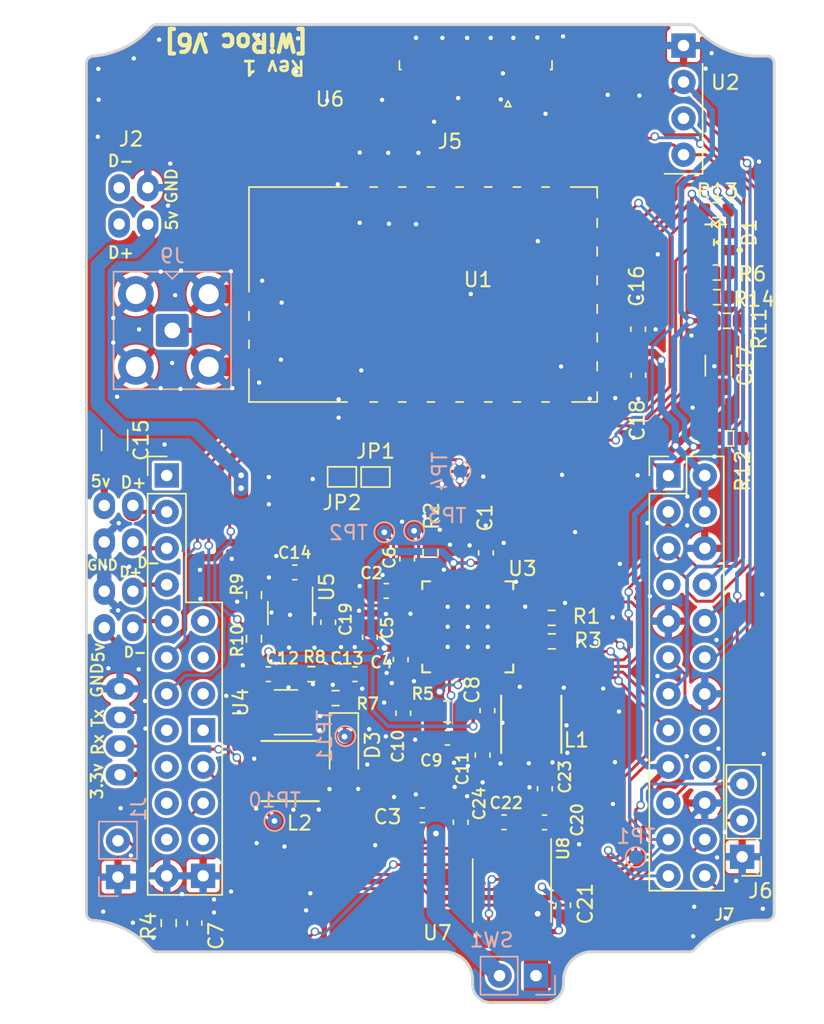
<source format=kicad_pcb>
(kicad_pcb (version 20221018) (generator pcbnew)
  (layers (0 "F.Cu" signal) (1 "In1.Cu" signal) (2 "In2.Cu" signal) (31 "B.Cu" signal) (34 "B.Paste" user) (35 "F.Paste" user) (36 "B.SilkS" user "B.Silkscreen") (37 "F.SilkS" user "F.Silkscreen") (38 "B.Mask" user) (39 "F.Mask" user) (44 "Edge.Cuts" user))
  (net 0 "")
  (net 1 "GND")
  (net 2 "IPSOUT")
  (net 3 "Net-(U3-VINT)")
  (net 4 "BAT")
  (net 5 "VBUS")
  (net 6 "Net-(U3-VREF)")
  (net 7 "PWRON")
  (net 8 "Net-(U3-CHSENCE)")
  (net 9 "Net-(D3-K)")
  (net 10 "VDD_5V")
  (net 11 "SYS_3.3V")
  (net 12 "Net-(D1-A1)")
  (net 13 "Net-(D1-K1)")
  (net 14 "Net-(D1-K2)")
  (net 15 "Net-(D1-A2)")
  (net 16 "USBHost-DM1")
  (net 17 "USBHost-DP1")
  (net 18 "SDA")
  (net 19 "SCK")
  (net 20 "UART1_TX")
  (net 21 "UART1_RX")
  (net 22 "LORAAUX")
  (net 23 "LORAEN")
  (net 24 "IRQ")
  (net 25 "N_VBUSEN")
  (net 26 "Net-(D3-A)")
  (net 27 "Net-(J1-Pin_2)")
  (net 30 "SRR_IRQ")
  (net 31 "EXTEN")
  (net 36 "Net-(J6-Pin_2)")
  (net 37 "SRR_NRST")
  (net 38 "Net-(J6-Pin_3)")
  (net 48 "Net-(J9-In)")
  (net 49 "Net-(U3-LX1)")
  (net 50 "Net-(U3-BIAS)")
  (net 51 "Net-(U3-N_OE)")
  (net 52 "Net-(U1-VCC)")
  (net 53 "Net-(U4-FB)")
  (net 54 "Net-(U5-ISET)")
  (net 55 "Net-(SW1-A)")
  (net 70 "LORARS")
  (net 71 "LORAMO")
  (net 77 "USBHost-DP2")
  (net 78 "USBHost-DM2")
  (net 81 "UART2_TX")
  (net 82 "UART2_RX")
  (net 92 "Net-(U8-C1+)")
  (net 93 "Net-(U8-C1-)")
  (net 94 "Net-(U8-C2+)")
  (net 95 "Net-(U8-C2-)")
  (net 96 "Net-(U8-VS+)")
  (net 97 "Net-(U8-VS-)")
  (net 98 "Net-(J3-Pin_3)")
  (net 99 "Net-(J3-Pin_2)")
  (net 100 "Net-(JP1-A)")
  (footprint "Package_TO_SOT_SMD:SOT-23-5" (layer "F.Cu") (at 62.23072 87.87017 -90)
    (fp_text reference "U5")
    (fp_text value "SY6280")
  )
  (footprint "Capacitor_SMD:C_0603_1608Metric" (layer "F.Cu") (at 55.55 109.5 -90)
    (fp_text reference "C7")
    (fp_text value "100pF")
  )
  (footprint "Capacitor_SMD:C_0603_1608Metric" (layer "F.Cu") (at 62.55 85.025 180)
    (fp_text reference "C14")
    (fp_text value "10uF")
  )
  (footprint "Resistor_SMD:R_0603_1608Metric" (layer "F.Cu") (at 59.7 86.61 90)
    (fp_text reference "R9")
    (fp_text value "3.6K-1%")
  )
  (footprint "Capacitor_SMD:C_1206_3216Metric" (layer "F.Cu") (at 49.975 75.8 -90)
    (fp_text reference "C15")
    (fp_text value "47uF")
  )
  (footprint "Resistor_SMD:R_0603_1608Metric" (layer "F.Cu") (at 53.75 109.5 -90)
    (fp_text reference "R4")
    (fp_text value "24K-1%")
  )
  (footprint "WiRoc:DRF1268DS" (layer "F.Cu") (at 71.5 65.6352 90)
    (fp_text reference "U1")
    (fp_text value "DRF1268DS")
  )
  (footprint "WiRoc:USBConnPads5" (layer "F.Cu") (at 52.29 58.18 -90)
    (fp_text reference "J2")
    (fp_text value "USB_Power_02x02")
  )
  (footprint "WiRoc:BatteryPad" (layer "F.Cu") (at 66.98 48.9 90)
    (fp_text reference "U6")
    (fp_text value "BatteryPadM")
  )
  (footprint "WiRoc:BatteryPad" (layer "F.Cu") (at 67.98 109.4 90)
    (fp_text reference "U7")
    (fp_text value "BatteryPadP")
  )
  (footprint "WiRoc:Pin_Header_Straight_1x03_Pitch2.54mm" (layer "F.Cu") (at 93.7667 104.8706 180)
    (fp_text reference "J6")
    (fp_text value "HAT_Conn_DBG")
  )
  (footprint "WiRoc:USBConnPads5" (layer "F.Cu") (at 49.25 82.8996 90)
    (fp_text reference "J4" hide)
    (fp_text value "USB_Host_Data_02x02")
  )
  (footprint "WiRoc:USBConnPads6" (layer "F.Cu") (at 49.25 88.8813 90)
    (fp_text reference "J8" hide)
    (fp_text value "USB_Host_Data_02x02")
  )
  (footprint "Resistor_SMD:R_0603_1608Metric" (layer "F.Cu") (at 59.7 89.66 90)
    (fp_text reference "R10")
    (fp_text value "100K-1%")
  )
  (footprint "Resistor_SMD:R_0603_1608Metric" (layer "F.Cu") (at 92.95 75.68 180)
    (fp_text reference "R12")
    (fp_text value "10K")
  )
  (footprint "Resistor_SMD:R_0603_1608Metric" (layer "F.Cu") (at 80.4837 89.8399 180)
    (fp_text reference "R3")
    (fp_text value "200K-1%")
  )
  (footprint "Capacitor_SMD:C_0603_1608Metric" (layer "F.Cu") (at 70.12 94.85 90)
    (fp_text reference "C10")
    (fp_text value "4.7uF")
  )
  (footprint "WiRoc:qfn48_6x6mm_Pitch0.4mm" (layer "F.Cu") (at 74.6202 88.8264 180)
    (fp_text reference "U3")
    (fp_text value "AXP209")
  )
  (footprint "Resistor_SMD:R_0603_1608Metric" (layer "F.Cu") (at 72.02 83.67 -90)
    (fp_text reference "R2")
    (fp_text value "200K-1%")
  )
  (footprint "Capacitor_SMD:C_0603_1608Metric" (layer "F.Cu") (at 67.79 89.55 -90)
    (fp_text reference "C5")
    (fp_text value "10uF")
  )
  (footprint "Resistor_SMD:R_0603_1608Metric" (layer "F.Cu") (at 80.4717 88.2004 180)
    (fp_text reference "R1")
    (fp_text value "100K-1%")
  )
  (footprint "WiRoc:Inductor_SLW4018" (layer "F.Cu") (at 79.05 95.63 -90)
    (fp_text reference "L1")
    (fp_text value "2.2uH-DCR<0.1R-1.5A")
  )
  (footprint "Capacitor_SMD:C_0603_1608Metric" (layer "F.Cu") (at 69.94 91.11 -90)
    (fp_text reference "C4")
    (fp_text value "10uF")
  )
  (footprint "Capacitor_SMD:C_0603_1608Metric" (layer "F.Cu") (at 75.66 97.78 90)
    (fp_text reference "C11")
    (fp_text value "4.7uF")
  )
  (footprint "Capacitor_SMD:C_0603_1608Metric" (layer "F.Cu") (at 73.2 96.56)
    (fp_text reference "C9")
    (fp_text value "1uF")
  )
  (footprint "Capacitor_SMD:C_0603_1608Metric" (layer "F.Cu") (at 75.89 83.67 90)
    (fp_text reference "C1")
    (fp_text value "4.7uF")
  )
  (footprint "Capacitor_SMD:C_0603_1608Metric" (layer "F.Cu") (at 70.39 84.08 90)
    (fp_text reference "C6")
    (fp_text value "1uF")
  )
  (footprint "Resistor_SMD:R_0805_2012Metric" (layer "F.Cu") (at 73.19 94.74 180)
    (fp_text reference "R5")
    (fp_text value "0R03")
  )
  (footprint "Capacitor_SMD:C_0603_1608Metric" (layer "F.Cu") (at 71.45 101.975 180)
    (fp_text reference "C3")
    (fp_text value "4.7uF")
  )
  (footprint "Resistor_SMD:R_0603_1608Metric" (layer "F.Cu") (at 92.69 67.47 180)
    (fp_text reference "R11")
    (fp_text value "10K")
  )
  (footprint "Capacitor_SMD:C_0603_1608Metric" (layer "F.Cu") (at 86.53 71.27 -90)
    (fp_text reference "C18")
    (fp_text value "4.7uF")
  )
  (footprint "Resistor_SMD:R_0603_1608Metric" (layer "F.Cu") (at 91.99774 64.0995 180)
    (fp_text reference "R6")
    (fp_text value "1K")
  )
  (footprint "Resistor_SMD:R_0603_1608Metric" (layer "F.Cu") (at 91.96726 59.7434 180)
    (fp_text reference "R13")
    (fp_text value "1K")
  )
  (footprint "Resistor_SMD:R_0603_1608Metric" (layer "F.Cu") (at 92.0079 65.82162 180)
    (fp_text reference "R14")
    (fp_text value "1K")
  )
  (footprint "WiRoc:LED_Dual_1.7_1.6" (layer "F.Cu") (at 92.00282 61.94558)
    (fp_text reference "D1")
    (fp_text value "LED_DUAL_ACCA")
  )
  (footprint "Capacitor_SMD:C_1206_3216Metric" (layer "F.Cu") (at 92.11 70.6 -90)
    (fp_text reference "C17")
    (fp_text value "47uF")
  )
  (footprint "Capacitor_SMD:C_0603_1608Metric" (layer "F.Cu") (at 86.51 68.05 90)
    (fp_text reference "C16")
    (fp_text value "1uF")
  )
  (footprint "WiRoc:CONN_OLED_TWI-Socket_Strip_Straight_1x04_Pitch2.54mm" (layer "F.Cu") (at 89.678 48.26)
    (fp_text reference "U2")
    (fp_text value "OLED")
  )
  (footprint "Capacitor_SMD:C_0603_1608Metric" (layer "F.Cu") (at 64.88 88.51 90)
    (fp_text reference "C19")
    (fp_text value "10uF")
  )
  (footprint "Capacitor_SMD:C_0603_1608Metric" (layer "F.Cu") (at 60.7 92.13)
    (fp_text reference "C12")
    (fp_text value "10uF")
  )
  (footprint "Capacitor_SMD:C_0603_1608Metric" (layer "F.Cu") (at 68.93 86.32 180)
    (fp_text reference "C2")
    (fp_text value "1uF")
  )
  (footprint "Capacitor_SMD:C_0603_1608Metric" (layer "F.Cu") (at 66.75 92.13)
    (fp_text reference "C13")
    (fp_text value "10uF")
  )
  (footprint "Package_TO_SOT_SMD:SOT-23-6" (layer "F.Cu") (at 61.929374 94.787056 180)
    (fp_text reference "U4")
    (fp_text value "LP6226_SY7208")
  )
  (footprint "Resistor_SMD:R_0603_1608Metric" (layer "F.Cu") (at 63.7 92.13 180)
    (fp_text reference "R8")
    (fp_text value "24K-1%")
  )
  (footprint "WiRoc:Inductor_SLW4018" (layer "F.Cu") (at 62.22 98.89)
    (fp_text reference "L2")
    (fp_text value "2.2uH-DCR<0.1R-1.5A")
  )
  (footprint "Diode_SMD:D_SOD-123" (layer "F.Cu") (at 65.98 97.09 -90)
    (fp_text reference "D3")
    (fp_text value "IN5819")
  )
  (footprint "Resistor_SMD:R_0603_1608Metric" (layer "F.Cu") (at 65.39302 93.80137)
    (fp_text reference "R7")
    (fp_text value "200K-1%")
  )
  (footprint "Capacitor_SMD:C_0603_1608Metric" (layer "F.Cu") (at 75.99 94.67 90)
    (fp_text reference "C8")
    (fp_text value "4.7uF")
  )
  (footprint "WiRoc:SolderJumper-2_P1.3mm_Open_Pad1.0x1.5mm-Modified" (layer "F.Cu") (at 68.18 78.37)
    (fp_text reference "JP1")
    (fp_text value "Jumper_NO_Small")
  )
  (footprint "WiRoc:SolderJumper-2_P1.3mm_Bridged2Bar_Pad1.0x1.5mm-Modified" (layer "F.Cu") (at 65.84 78.36 180)
    (fp_text reference "JP2")
    (fp_text value "Jumper_NC_Small")
  )
  (footprint "WiRoc:NanoPiNeoAirAllPins" (layer "F.Cu") (at 72.39 92.24)
    (fp_text reference "J7")
    (fp_text value "NanoPIAir")
  )
  (footprint "Package_SO:TSSOP-16_4.4x5mm_P0.65mm" (layer "F.Cu") (at 77.7 107.2296 -90)
    (fp_text reference "U8")
    (fp_text value "SP3232ECY-L")
  )
  (footprint "Capacitor_SMD:C_0603_1608Metric" (layer "F.Cu") (at 81.275 108.25 90)
    (fp_text reference "C21")
    (fp_text value "100nF")
  )
  (footprint "Capacitor_SMD:C_0603_1608Metric" (layer "F.Cu") (at 77.15 102.4671 180)
    (fp_text reference "C22")
    (fp_text value "100nF")
  )
  (footprint "Capacitor_SMD:C_0603_1608Metric" (layer "F.Cu") (at 79.975 102.475 180)
    (fp_text reference "C20")
    (fp_text value "100nF")
  )
  (footprint "WiRoc:SerialConnPads" (layer "F.Cu") (at 50.35 96.15 90)
    (fp_text reference "J3" hide)
    (fp_text value "Serial")
  )
  (footprint "WiRoc:FPC-Connector_1x10-1MP_P0.5mm_Horizontal" (layer "F.Cu") (at 75.175 51.975 180)
    (fp_text reference "J5")
    (fp_text value "Conn_01x10")
  )
  (footprint "Capacitor_SMD:C_0603_1608Metric" (layer "F.Cu") (at 74.125 102.4671 -90)
    (fp_text reference "C24")
    (fp_text value "100nF")
  )
  (footprint "Capacitor_SMD:C_0603_1608Metric" (layer "F.Cu") (at 80 100.125 -90)
    (fp_text reference "C23")
    (fp_text value "100nF")
  )
  (footprint "TestPoint:TestPoint_Pad_D1.0mm" (layer "B.Cu") (at 74.11 77.98 -90)
    (fp_text reference "TP4")
    (fp_text value "TEST")
  )
  (footprint "WiRoc:Pin_Header_Straight_1x02_Pitch2.54mm" (layer "B.Cu") (at 50.21 106.29)
    (fp_text reference "J1")
    (fp_text value "Conn_01x02")
  )
  (footprint "WiRoc:Pin_Header_Straight_1x02_Pitch2.54mm" (layer "B.Cu") (at 79.38 113.17 90)
    (fp_text reference "SW1")
    (fp_text value "SW_SPST")
  )
  (footprint "TestPoint:TestPoint_Pad_D1.0mm" (layer "B.Cu") (at 86.35 104.9 180)
    (fp_text reference "TP1")
    (fp_text value "TEST")
  )
  (footprint "WiRoc:SMA_Amphenol_901-143_Horizontal" (layer "B.Cu") (at 54 68.1422 -90)
    (fp_text reference "J9")
    (fp_text value "Conn_Coaxial")
  )
  (footprint "TestPoint:TestPoint_Pad_D1.0mm" (layer "B.Cu") (at 70.875 82.125)
    (fp_text reference "TP3")
    (fp_text value "TEST")
  )
  (footprint "TestPoint:TestPoint_Pad_D1.0mm" (layer "B.Cu") (at 68.8 82.225)
    (fp_text reference "TP2")
    (fp_text value "TEST")
  )
  (footprint "TestPoint:TestPoint_Pad_D1.0mm" (layer "B.Cu") (at 66.075 96.45 -90)
    (fp_text reference "TP11")
    (fp_text value "TEST")
  )
  (footprint "TestPoint:TestPoint_Pad_D1.0mm" (layer "B.Cu") (at 61.13 102.37 180)
    (fp_text reference "TP10")
    (fp_text value "TEST")
  )
  (gr_arc (start 72.98 111.5) (mid 74.380071 112.079929) (end 74.96 113.48) (stroke (width 0.2)) (layer "Edge.Cuts"))
  (gr_arc (start 81.3 113.8) (mid 80.901565 114.686628) (end 80 115.05) (stroke (width 0.2)) (layer "Edge.Cuts"))
  (gr_arc (start 96 108.8) (mid 95.855476 109.155476) (end 95.5 109.3) (stroke (width 0.2)) (layer "Edge.Cuts"))
  (gr_arc (start 90.5 111.3) (mid 90.320072 111.451397) (end 90.09 111.5) (stroke (width 0.2)) (layer "Edge.Cuts"))
  (gr_arc (start 90.5 111.3) (mid 92.354261 109.898735) (end 94.6 109.3) (stroke (width 0.2)) (layer "Edge.Cuts"))
  (gr_arc (start 48.4 109.3) (mid 48.112647 109.132794) (end 48 108.82) (stroke (width 0.2)) (layer "Edge.Cuts"))
  (gr_arc (start 48.4 109.3) (mid 50.647552 109.895019) (end 52.5 111.3) (stroke (width 0.2)) (layer "Edge.Cuts"))
  (gr_arc (start 52.89 111.5) (mid 52.673288 111.442339) (end 52.5 111.3) (stroke (width 0.2)) (layer "Edge.Cuts"))
  (gr_arc (start 52.5 47) (mid 50.660739 48.398329) (end 48.43 49) (stroke (width 0.2)) (layer "Edge.Cuts"))
  (gr_arc (start 52.5 47) (mid 52.676591 46.853183) (end 52.9 46.8) (stroke (width 0.2)) (layer "Edge.Cuts"))
  (gr_arc (start 48 49.49) (mid 48.1223 49.163651) (end 48.43 49) (stroke (width 0.2)) (layer "Edge.Cuts"))
  (gr_line (start 96 49.5) (end 96 108.8) (stroke (width 0.2)) (layer "Edge.Cuts"))
  (gr_arc (start 94.61 49) (mid 92.357901 48.405038) (end 90.5 47) (stroke (width 0.2)) (layer "Edge.Cuts"))
  (gr_arc (start 90.1 46.8) (mid 90.323731 46.852538) (end 90.5 47) (stroke (width 0.2)) (layer "Edge.Cuts"))
  (gr_arc (start 95.53 49) (mid 95.866006 49.155054) (end 96 49.5) (stroke (width 0.2)) (layer "Edge.Cuts"))
  (gr_line (start 95.53 49) (end 94.61 49) (stroke (width 0.2)) (layer "Edge.Cuts"))
  (gr_line (start 72.98 111.5) (end 52.89 111.5) (stroke (width 0.2)) (layer "Edge.Cuts"))
  (gr_arc (start 81.3 113.5) (mid 81.885786 112.085786) (end 83.3 111.5) (stroke (width 0.2)) (layer "Edge.Cuts"))
  (gr_line (start 74.96 113.48) (end 74.96 113.79) (stroke (width 0.2)) (layer "Edge.Cuts"))
  (gr_line (start 95.5 109.3) (end 94.6 109.3) (stroke (width 0.2)) (layer "Edge.Cuts"))
  (gr_line (start 52.9 46.8) (end 90.1 46.8) (stroke (width 0.2)) (layer "Edge.Cuts"))
  (gr_line (start 83.3 111.5) (end 90.09 111.5) (stroke (width 0.2)) (layer "Edge.Cuts"))
  (gr_line (start 48 108.82) (end 48 49.49) (stroke (width 0.2)) (layer "Edge.Cuts"))
  (gr_line (start 81.3 113.5) (end 81.3 113.8) (stroke (width 0.2)) (layer "Edge.Cuts"))
  (gr_line (start 80 115.05) (end 76.18 115.05) (stroke (width 0.2)) (layer "Edge.Cuts"))
  (gr_arc (start 76.18 115.05) (mid 75.316422 114.665528) (end 74.96 113.79) (stroke (width 0.2)) (layer "Edge.Cuts"))
  (gr_text "Rev 1" (at 61.06 49.8 180) (layer "F.SilkS") (effects (font (size 1 1) (thickness 0.2))))
  (gr_text "[WiRoc V6]" (at 58.46 48.04 180) (layer "F.SilkS") (effects (font (size 1.2 1.2) (thickness 0.3))))
  (segment (start 73.2202 85.9264) (end 73.2202 87.4264) (width 0.2032) (layer "F.Cu") (net 1))
  (segment (start 76.0202 91.7264) (end 76.0202 90.2264) (width 0.2032) (layer "F.Cu") (net 1))
  (segment (start 72.4202 91.0264) (end 73.2202 90.2264) (width 0.2032) (layer "F.Cu") (net 1))
  (segment (start 72.4202 91.6864) (end 72.4202 91.0264) (width 0.2032) (layer "F.Cu") (net 1))
  (segment (start 58.817 65.6022) (end 59.35 66.1352) (width 1.3) (layer "F.Cu") (net 1))
  (segment (start 62.301412 94.787056) (end 61.925 94.410644) (width 0.508) (layer "F.Cu") (net 1))
  (segment (start 68.68 85.94) (end 68.24 85.94) (width 0.2032) (layer "F.Cu") (net 1))
  (segment (start 61.925 94.410644) (end 61.925 93.27758) (width 0.508) (layer "F.Cu") (net 1))
  (segment (start 72.2636 91.7264) (end 72.27409 91.7264) (width 0.508) (layer "F.Cu") (net 1))
  (segment (start 61.4875 92.84008) (end 61.4875 92.13) (width 0.508) (layer "F.Cu") (net 1))
  (segment (start 49.2532 86.608) (end 50.2565 87.6113) (width 0.508) (layer "F.Cu") (net 1))
  (segment (start 79.5 108.85) (end 79.325 109.025) (width 0.2032) (layer "F.Cu") (net 1))
  (segment (start 49.2532 86.3413) (end 49.2532 86.608) (width 0.508) (layer "F.Cu") (net 1))
  (segment (start 70.17 91.8975) (end 72.0925 91.8975) (width 0.508) (layer "F.Cu") (net 1))
  (segment (start 73.2202 85.365082) (end 72.95 85.094882) (width 0.2032) (layer "F.Cu") (net 1))
  (segment (start 49.25 82.5853) (end 50.193 81.6423) (width 0.508) (layer "F.Cu") (net 1))
  (segment (start 81.1 108.85) (end 81.275 109.025) (width 0.2032) (layer "F.Cu") (net 1))
  (segment (start 58.803 70.6822) (end 59.35 70.1352) (width 1.3) (layer "F.Cu") (net 1))
  (segment (start 79.325 109.025) (end 79.325 110.0921) (width 0.2032) (layer "F.Cu") (net 1))
  (segment (start 63.029374 94.787056) (end 62.301412 94.787056) (width 0.508) (layer "F.Cu") (net 1))
  (segment (start 79.5 108.85) (end 81.1 108.85) (width 0.2032) (layer "F.Cu") (net 1))
  (segment (start 70.18 91.8875) (end 70.17 91.8975) (width 0.508) (layer "F.Cu") (net 1))
  (segment (start 56.54 70.6822) (end 58.803 70.6822) (width 1.3) (layer "F.Cu") (net 1))
  (segment (start 56.54 65.6022) (end 58.817 65.6022) (width 1.3) (layer "F.Cu") (net 1))
  (segment (start 73.2202 85.9264) (end 73.2202 85.365082) (width 0.2032) (layer "F.Cu") (net 1))
  (segment (start 61.925 93.27758) (end 61.4875 92.84008) (width 0.508) (layer "F.Cu") (net 1))
  (segment (start 72.0925 91.8975) (end 72.2636 91.7264) (width 0.508) (layer "F.Cu") (net 1))
  (segment (start 49.25 82.8996) (end 49.25 82.5853) (width 0.508) (layer "F.Cu") (net 1))
  (via (at 73.2202 88.8227) (size 0.4) (drill 0.3) (layers "F.Cu" "B.Cu") (net 1))
  (via (at 76.0202 90.2264) (size 0.4) (drill 0.3) (layers "F.Cu" "B.Cu") (net 1))
  (via (at 74.6202 87.4264) (size 0.4) (drill 0.3) (layers "F.Cu" "B.Cu") (net 1))
  (via (at 76.0202 88.8227) (size 0.4) (drill 0.3) (layers "F.Cu" "B.Cu") (net 1))
  (via (at 73.2202 90.2264) (size 0.4) (drill 0.3) (layers "F.Cu" "B.Cu") (net 1))
  (via (at 74.6202 88.8264) (size 0.4) (drill 0.3) (layers "F.Cu" "B.Cu") (net 1))
  (via (at 73.2202 87.4264) (size 0.4) (drill 0.3) (layers "F.Cu" "B.Cu") (net 1))
  (via (at 76.0202 87.4264) (size 0.4) (drill 0.3) (layers "F.Cu" "B.Cu") (net 1))
  (via (at 74.6202 90.2264) (size 0.4) (drill 0.3) (layers "F.Cu" "B.Cu") (net 1))
  (via (at 63.34 108.61) (size 0.5) (drill 0.3) (layers "F.Cu" "B.Cu") (net 1))
  (via (at 67.19 70.93) (size 0.5) (drill 0.3) (layers "F.Cu" "B.Cu") (net 1))
  (via (at 56.91 107.85) (size 0.5) (drill 0.3) (layers "F.Cu" "B.Cu") (net 1))
  (via (at 67.08 85.98) (size 0.5) (drill 0.3) (layers "F.Cu" "B.Cu") (net 1))
  (via (at 69.07 55.75) (size 0.5) (drill 0.3) (layers "F.Cu" "B.Cu") (net 1))
  (via (at 73.38 83.09) (size 0.5) (drill 0.3) (layers "F.Cu" "B.Cu") (net 1))
  (via (at 77.04 95.52) (size 0.5) (drill 0.3) (layers "F.Cu" "B.Cu") (net 1))
  (via (at 76.225 47.725) (size 0.5) (drill 0.3) (layers "F.Cu" "B.Cu") (net 1))
  (via (at 81.51 95.7) (size 0.5) (drill 0.3) (layers "F.Cu" "B.Cu") (net 1))
  (via (at 64.22 101.58) (size 0.5) (drill 0.3) (layers "F.Cu" "B.Cu") (net 1))
  (via (at 79.475 47.7) (size 0.5) (drill 0.3) (layers "F.Cu" "B.Cu") (net 1))
  (via (at 91.83 70.64) (size 0.5) (drill 0.3) (layers "F.Cu" "B.Cu") (net 1))
  (via (at 93.35 106.55) (size 0.5) (drill 0.3) (layers "F.Cu" "B.Cu") (net 1))
  (via (at 67.03 87.7) (size 0.5) (drill 0.3) (layers "F.Cu" "B.Cu") (net 1))
  (via (at 82.33 89.88) (size 0.5) (drill 0.3) (layers "F.Cu" "B.Cu") (net 1))
  (via (at 58.09 64.02) (size 0.5) (drill 0.3) (layers "F.Cu" "B.Cu") (net 1))
  (via (at 53.99 70.41) (size 0.5) (drill 0.3) (layers "F.Cu" "B.Cu") (net 1))
  (via (at 85.23 84.43) (size 0.5) (drill 0.3) (layers "F.Cu" "B.Cu") (net 1))
  (via (at 60.74 78.38) (size 0.5) (drill 0.3) (layers "F.Cu" "B.Cu") (net 1))
  (via (at 49.54 91.72) (size 0.5) (drill 0.3) (layers "F.Cu" "B.Cu") (net 1))
  (via (at 84.89 98.27) (size 0.5) (drill 0.3) (layers "F.Cu" "B.Cu") (net 1))
  (via (at 59.883323 103.916677) (size 0.5) (drill 0.3) (layers "F.Cu" "B.Cu") (net 1))
  (via (at 92.62 109.14) (size 0.5) (drill 0.3) (layers "F.Cu" "B.Cu") (net 1))
  (via (at 51.25 109.475) (size 0.5) (drill 0.3) (layers "F.Cu" "B.Cu") (net 1))
  (via (at 56.91 108.76) (size 0.5) (drill 0.3) (layers "F.Cu" "B.Cu") (net 1))
  (via (at 89.9 97.86) (size 0.5) (drill 0.3) (layers "F.Cu" "B.Cu") (net 1))
  (via (at 86.52 72.92) (size 0.5) (drill 0.3) (layers "F.Cu" "B.Cu") (net 1))
  (via (at 64.97 100.15) (size 0.5) (drill 0.3) (layers "F.Cu" "B.Cu") (net 1))
  (via (at 65.61 74.23) (size 0.5) (drill 0.3) (layers "F.Cu" "B.Cu") (net 1))
  (via (at 59.85 101.51) (size 0.5) (drill 0.3) (layers "F.Cu" "B.Cu") (net 1))
  (via (at 49.88 67.27) (size 0.5) (drill 0.3) (layers "F.Cu" "B.Cu") (net 1))
  (via (at 81.27 47.62) (size 0.5) (drill 0.3) (layers "F.Cu" "B.Cu") (net 1))
  (via (at 63.63 107.42) (size 0.5) (drill 0.3) (layers "F.Cu" "B.Cu") (net 1))
  (via (at 64.28 96.04) (size 0.5) (drill 0.3) (layers "F.Cu" "B.Cu") (net 1))
  (via (at 73.66 98.31) (size 0.5) (drill 0.3) (layers "F.Cu" "B.Cu") (net 1))
  (via (at 54.67 107.48) (size 0.5) (drill 0.3) (layers "F.Cu" "B.Cu") (net 1))
  (via (at 69.32 92.75) (size 0.5) (drill 0.3) (layers "F.Cu" "B.Cu") (net 1))
  (via (at 89.93 81.75) (size 0.5) (drill 0.3) (layers "F.Cu" "B.Cu") (net 1))
  (via (at 50.39 101.48) (size 0.5) (drill 0.3) (layers "F.Cu" "B.Cu") (net 1))
  (via (at 49.88 68.99) (size 0.5) (drill 0.3) (layers "F.Cu" "B.Cu") (net 1))
  (via (at 71.59 81.11) (size 0.5) (drill 0.3) (layers "F.Cu" "B.Cu") (net 1))
  (via (at 67.61 98.43) (size 0.5) (drill 0.3) (layers "F.Cu" "B.Cu") (net 1))
  (via (at 72.27 53.58) (size 0.5) (drill 0.3) (layers "F.Cu" "B.Cu") (net 1))
  (via (at 87.86 92.26) (size 0.5) (drill 0.3) (layers "F.Cu" "B.Cu") (net 1))
  (via (at 78.25 93.01) (size 0.5) (drill 0.3) (layers "F.Cu" "B.Cu") (net 1))
  (via (at 80.53 98.29) (size 0.5) (drill 0.3) (layers "F.Cu" "B.Cu") (net 1))
  (via (at 69.12 91.26) (size 0.5) (drill 0.3) (layers "F.Cu" "B.Cu") (net 1))
  (via (at 86.47 78.25) (size 0.5) (drill 0.3) (layers "F.Cu" "B.Cu") (net 1))
  (via (at 60.74 85.38) (size 0.5) (drill 0.3) (layers "F.Cu" "B.Cu") (net 1))
  (via (at 73.7 100) (size 0.5) (drill 0.3) (layers "F.Cu" "B.Cu") (net 1))
  (via (at 53.19 72.17) (size 0.5) (drill 0.3) (layers "F.Cu" "B.Cu") (net 1))
  (via (at 67.08 60.63) (size 0.5) (drill 0.3) (layers "F.Cu" "B.Cu") (net 1))
  (via (at 76.925 52.025) (size 0.5) (drill 0.3) (layers "F.Cu" "B.Cu") (net 1))
  (via (at 80.045869 53.020581) (size 0.5) (drill 0.3) (layers "F.Cu" "B.Cu") (net 1))
  (via (at 94.94 56.36) (size 0.5) (drill 0.3) (layers "F.Cu" "B.Cu") (net 1))
  (via (at 52.675 110.525) (size 0.5) (drill 0.3) (layers "F.Cu" "B.Cu") (net 1))
  (via (at 74.83 65.6) (size 0.5) (drill 0.3) (layers "F.Cu" "B.Cu") (net 1))
  (via (at 58.92 91.51) (size 0.5) (drill 0.3) (layers "F.Cu" "B.Cu") (net 1))
  (via (at 53.7 59.43) (size 0.5) (drill 0.3) (layers "F.Cu" "B.Cu") (net 1))
  (via (at 52.1 94) (size 0.5) (drill 0.3) (layers "F.Cu" "B.Cu") (net 1))
  (via (at 72.82 78.85) (size 0.5) (drill 0.3) (layers "F.Cu" "B.Cu") (net 1))
  (via (at 87.16 81.58) (size 0.5) (drill 0.3) (layers "F.Cu" "B.Cu") (net 1))
  (via (at 68.78 94.11) (size 0.5) (drill 0.3) (layers "F.Cu" "B.Cu") (net 1))
  (via (at 63.92 90.28) (size 0.5) (drill 0.3) (layers "F.Cu" "B.Cu") (net 1))
  (via (at 50.26 81.59) (size 0.5) (drill 0.3) (layers "F.Cu" "B.Cu") (net 1))
  (via (at 58.1 107.3) (size 0.5) (drill 0.3) (layers "F.Cu" "B.Cu") (net 1))
  (via (at 61.63 66.2) (size 0.5) (drill 0.3) (layers "F.Cu" "B.Cu") (net 1))
  (via (at 58.15 84.08) (size 0.5) (drill 0.3) (layers "F.Cu" "B.Cu") (net 1))
  (via (at 71 100.52) (size 0.5) (drill 0.3) (layers "F.Cu" "B.Cu") (net 1))
  (via (at 81.41 87.16) (size 0.5) (drill 0.3) (layers "F.Cu" "B.Cu") (net 1))
  (via (at 56.31 47.47) (size 0.5) (drill 0.3) (layers "F.Cu" "B.Cu") (net 1))
  (via (at 81.2 78.22) (size 0.5) (drill 0.3) (layers "F.Cu" "B.Cu") (net 1))
  (via (at 52.125 95.925) (size 0.5) (drill 0.3) (layers "F.Cu" "B.Cu") (net 1))
  (via (at 63.81 92.83) (size 0.5) (drill 0.3) (layers "F.Cu" "B.Cu") (net 1))
  (via (at 69.475 100.7) (size 0.5) (drill 0.3) (layers "F.Cu" "B.Cu") (net 1))
  (via (at 53.46 76.1) (size 0.5) (drill 0.3) (layers "F.Cu" "B.Cu") (net 1))
  (via (at 82.39 104) (size 0.5) (drill 0.3) (layers "F.Cu" "B.Cu") (net 1))
  (via (at 68.67 85.21) (size 0.5) (drill 0.3) (layers "F.Cu" "B.Cu") (net 1))
  (via (at 66.97 100.14) (size 0.5) (drill 0.3) (layers "F.Cu" "B.Cu") (net 1))
  (via (at 58.53 87.07) (size 0.5) (drill 0.3) (layers "F.Cu" "B.Cu") (net 1))
  (via (at 77.13 82.97) (size 0.5) (drill 0.3) (layers "F.Cu" "B.Cu") (net 1))
  (via (at 91.83 76.94) (size 0.5) (drill 0.3) (layers "F.Cu" "B.Cu") (net 1))
  (via (at 67.08 55.73) (size 0.5) (drill 0.3) (layers "F.Cu" "B.Cu") (net 1))
  (via (at 60.06 71.78) (size 0.5) (drill 0.3) (layers "F.Cu" "B.Cu") (net 1))
  (via (at 49.18 108.7) (size 0.5) (drill 0.3) (layers "F.Cu" "B.Cu") (net 1))
  (via (at 53.19 64.04) (size 0.5) (drill 0.3) (layers "F.Cu" "B.Cu") (net 1))
  (via (at 72.85 47.725) (size 0.5) (drill 0.3) (layers "F.Cu" "B.Cu") (net 1))
  (via (at 70.62 87.91) (size 0.5) (drill 0.3) (layers "F.Cu" "B.Cu") (net 1))
  (via (at 65.78 90.24) (size 0.5) (drill 0.3) (layers "F.Cu" "B.Cu") (net 1))
  (via (at 73.95 51.925) (size 0.5) (drill 0.3) (layers "F.Cu" "B.Cu") (net 1))
  (via (at 67.74 95.97) (size 0.5) (drill 0.3) (layers "F.Cu" "B.Cu") (net 1))
  (via (at 57.77 93.64) (size 0.5) (drill 0.3) (layers "F.Cu" "B.Cu") (net 1))
  (via (at 86.51 65.85) (size 0.5) (drill 0.3) (layers "F.Cu" "B.Cu") (net 1))
  (via (at 50.99 84.63) (size 0.5) (drill 0.3) (layers "F.Cu" "B.Cu") (net 1))
  (via (at 75.66 99.68) (size 0.5) (drill 0.3) (layers "F.Cu" "B.Cu") (net 1))
  (via (at 78.925 100.025) (size 0.5) (drill 0.3) (layers "F.Cu" "B.Cu") (net 1))
  (via (at 62.15 90.27) (size 0.5) (drill 0.3) (layers "F.Cu" "B.Cu") (net 1))
  (via (at 69.12 60.7) (size 0.5) (drill 0.3) (layers "F.Cu" "B.Cu") (net 1))
  (via (at 54.2 65.68) (size 0.5) (drill 0.3) (layers "F.Cu" "B.Cu") (net 1))
  (via (at 87.33 86.7) (size 0.5) (drill 0.3) (layers "F.Cu" "B.Cu") (net 1))
  (via (at 77.99 85.68) (size 0.5) (drill 0.3) (layers "F.Cu" "B.Cu") (net 1))
  (via (at 92.11 97.33) (size 0.5) (drill 0.3) (layers "F.Cu" "B.Cu") (net 1))
  (via (at 84.39 51.7) (size 0.5) (drill 0.3) (layers "F.Cu" "B.Cu") (net 1))
  (via (at 68.158827 104.064928) (size 0.5) (drill 0.3) (layers "F.Cu" "B.Cu") (net 1))
  (via (at 89.94 79.73) (size 0.5) (drill 0.3) (layers "F.Cu" "B.Cu") (net 1))
  (via (at 75.7 78.34) (size 0.5) (drill 0.3) (layers "F.Cu" "B.Cu") (net 1))
  (via (at 86.19 75.63) (size 0.5) (drill 0.3) (layers "F.Cu" "B.Cu") (net 1))
  (via (at 48.86 52.04) (size 0.5) (drill 0.3) (layers "F.Cu" "B.Cu") (net 1))
  (via (at 64.31 95.06) (size 0.5) (drill 0.3) (layers "F.Cu" "B.Cu") (net 1))
  (via (at 63.8 78.51) (size 0.5) (drill 0.3) (layers "F.Cu" "B.Cu") (net 1))
  (via (at 60.27 64.67) (size 0.5) (drill 0.3) (layers "F.Cu" "B.Cu") (net 1))
  (via (at 70.03 81.49) (size 0.5) (drill 0.3) (layers "F.Cu" "B.Cu") (net 1))
  (via (at 51.66 91.79) (size 0.5) (drill 0.3) (layers "F.Cu" "B.Cu") (net 1))
  (via (at 78.88 98.35) (size 0.5) (drill 0.3) (layers "F.Cu" "B.Cu") (net 1))
  (via (at 95.27 97.7) (size 0.5) (drill 0.3) (layers "F.Cu" "B.Cu") (net 1))
  (via (at 79.5 108.85) (size 0.6) (drill 0.4) (layers "F.Cu" "B.Cu") (net 1))
  (via (at 58.19 72.17) (size 0.5) (drill 0.3) (layers "F.Cu" "B.Cu") (net 1))
  (via (at 54.57 72.22) (size 0.5) (drill 0.3) (layers "F.Cu" "B.Cu") (net 1))
  (via (at 74.575 100.65) (size 0.5) (drill 0.3) (layers "F.Cu" "B.Cu") (net 1))
  (via (at 49.33 84.67) (size 0.5) (drill 0.3) (layers "F.Cu" "B.Cu") (net 1))
  (via (at 95.21 108.5) (size 0.5) (drill 0.3) (layers "F.Cu" "B.Cu") (net 1))
  (via (at 61.26 83.88) (size 0.5) (drill 0.3) (layers "F.Cu" "B.Cu") (net 1))
  (via (at 81.13 70.66) (size 0.5) (drill 0.3) (layers "F.Cu" "B.Cu") (net 1))
  (via (at 65.61 72.95) (size 0.5) (drill 0.3) (layers "F.Cu" "B.Cu") (net 1))
  (via (at 90.42 108.36) (size 0.5) (drill 0.3) (layers "F.Cu" "B.Cu") (net 1))
  (via (at 53.08 47.85) (size 0.5) (drill 0.3) (layers "F.Cu" "B.Cu") (net 1))
  (via (at 51.68 68.07) (size 0.5) (drill 0.3) (layers "F.Cu" "B.Cu") (net 1))
  (via (at 74.75 83.14) (size 0.5) (drill 0.3) (layers "F.Cu" "B.Cu") (net 1))
  (via (at 64.81 52.1) (size 0.5) (drill 0.3) (layers "F.Cu" "B.Cu") (net 1))
  (via (at 58.65 94.775) (size 0.5) (drill 0.3) (layers "F.Cu" "B.Cu") (net 1))
  (via (at 60.925 87.825) (size 0.5) (drill 0.3) (layers "F.Cu" "B.Cu") (net 1))
  (via (at 71.01 47.72) (size 0.5) (drill 0.3) (layers "F.Cu" "B.Cu") (net 1))
  (via (at 51.11 104.78) (size 0.5) (drill 0.3) (layers "F.Cu" "B.Cu") (net 1))
  (via (at 53.86 56.5) (size 0.5) (drill 0.3) (layers "F.Cu" "B.Cu") (net 1))
  (via (at 71.01 60.72) (size 0.5) (drill 0.3) (layers "F.Cu" "B.Cu") (net 1))
  (via (at 60.01 47.53) (size 0.5) (drill 0.3) (layers "F.Cu" "B.Cu") (net 1))
  (via (at 66.73 90.24) (size 0.5) (drill 0.3) (layers "F.Cu" "B.Cu") (net 1))
  (via (at 62.78 47.76) (size 0.5) (drill 0.3) (layers "F.Cu" "B.Cu") (net 1))
  (via (at 77.075 50.2) (size 0.5) (drill 0.3) (layers "F.Cu" "B.Cu") (net 1))
  (via (at 78.63 87.42) (size 0.5) (drill 0.3) (layers "F.Cu" "B.Cu") (net 1))
  (via (at 62.22 87.99) (size 0.5) (drill 0.3) (layers "F.Cu" "B.Cu") (net 1))
  (via (at 90.23 68.5) (size 0.5) (drill 0.3) (layers "F.Cu" "B.Cu") (net 1))
  (via (at 61.58 70.18) (size 0.5) (drill 0.3) (layers "F.Cu" "B.Cu") (net 1))
  (via (at 76.9 98.37) (size 0.5) (drill 0.3) (layers "F.Cu" "B.Cu") (net 1))
  (via (at 70.95 96.7) (size 0.5) (drill 0.3) (layers "F.Cu" "B.Cu") (net 1))
  (via (at 62.45 101.59) (size 0.5) (drill 0.3) (layers "F.Cu" "B.Cu") (net 1))
  (via (at 90.35 110.42) (size 0.5) (drill 0.3) (layers "F.Cu" "B.Cu") (net 1))
  (via (at 71.18 55.75) (size 0.5) (drill 0.3) (layers "F.Cu" "B.Cu") (net 1))
  (via (at 59.715055 98.025741) (size 0.5) (drill 0.3) (layers "F.Cu" "B.Cu") (net 1))
  (via (at 74.63 98.53) (size 0.5) (drill 0.3) (layers "F.Cu" "B.Cu") (net 1))
  (via (at 92.55 103.15) (size 0.5) (drill 0.3) (layers "F.Cu" "B.Cu") (net 1))
  (via (at 90.31 73.53) (size 0.5) (drill 0.3) (layers "F.Cu" "B.Cu") (net 1))
  (via (at 68.96 92.04) (size 0.5) (drill 0.3) (layers "F.Cu" "B.Cu") (net 1))
  (via (at 55.93 84.85) (size 0.5) (drill 0.3) (layers "F.Cu" "B.Cu") (net 1))
  (via (at 91.64 48.79) (size 0.5) (drill 0.3) (layers "F.Cu" "B.Cu") (net 1))
  (via (at 67.25 93.14) (size 0.5) (drill 0.3) (layers "F.Cu" "B.Cu") (net 1))
  (via (at 55.97 86.87) (size 0.5) (drill 0.3) (layers "F.Cu" "B.Cu") (net 1))
  (via (at 61.825 104.1579) (size 0.5) (drill 0.3) (layers "F.Cu" "B.Cu") (net 1))
  (via (at 72.67 82.05) (size 0.5) (drill 0.3) (layers "F.Cu" "B.Cu") (net 1))
  (via (at 72.95 84.84) (size 0.5) (drill 0.3) (layers "F.Cu" "B.Cu") (net 1))
  (via (at 84.73 88.16) (size 0.5) (drill 0.3) (layers "F.Cu" "B.Cu") (net 1))
  (via (at 91.22 49.87) (size 0.5) (drill 0.3) (layers "F.Cu" "B.Cu") (net 1))
  (via (at 70.86 92.62) (size 0.5) (drill 0.3) (layers "F.Cu" "B.Cu") (net 1))
  (via (at 65.55 57.94) (size 0.5) (drill 0.3) (layers "F.Cu" "B.Cu") (net 1))
  (via (at 60.74 80.27) (size 0.5) (drill 0.3) (layers "F.Cu" "B.Cu") (net 1))
  (via (at 81.32 93.07) (size 0.5) (drill 0.3) (layers "F.Cu" "B.Cu") (net 1))
  (via (at 82.11 82.22) (size 0.5) (drill 0.3) (layers "F.Cu" "B.Cu") (net 1))
  (via (at 84.07 93.13) (size 0.5) (drill 0.3) (layers "F.Cu" "B.Cu") (net 1))
  (via (at 83.13 72.9) (size 0.5) (drill 0.3) (layers "F.Cu" "B.Cu") (net 1))
  (via (at 62.66 50.09) (size 0.5) (drill 0.3) (layers "F.Cu" "B.Cu") (net 1))
  (via (at 63.91 87.94) (size 0.5) (drill 0.3) (layers "F.Cu" "B.Cu") (net 1))
  (via (at 68.9 96.47) (size 0.5) (drill 0.3) (layers "F.Cu" "B.Cu") (net 1))
  (via (at 74.575 47.725) (size 0.5) (drill 0.3) (layers "F.Cu" "B.Cu") (net 1))
  (via (at 68.91 87.93) (size 0.5) (drill 0.3) (layers "F.Cu" "B.Cu") (net 1))
  (via (at 48.8 54.625) (size 0.5) (drill 0.3) (layers "F.Cu" "B.Cu") (net 1))
  (via (at 92.02 104.92) (size 0.5) (drill 0.3) (layers "F.Cu" "B.Cu") (net 1))
  (via (at 75.87 81.76) (size 0.5) (drill 0.3) (layers "F.Cu" "B.Cu") (net 1))
  (via (at 85.17 94.74) (size 0.5) (drill 0.3) (layers "F.Cu" "B.Cu") (net 1))
  (via (at 87.73 68.07) (size 0.5) (drill 0.3) (layers "F.Cu" "B.Cu") (net 1))
  (via (at 81.57 97.62) (size 0.5) (drill 0.3) (layers "F.Cu" "B.Cu") (net 1))
  (via (at 86.6 51.75) (size 0.5) (drill 0.3) (layers "F.Cu" "B.Cu") (net 1))
  (via (at 83.53 89.92) (size 0.5) (drill 0.3) (layers "F.Cu" "B.Cu") (net 1))
  (via (at 62.11 93.05) (size 0.5) (drill 0.3) (layers "F.Cu" "B.Cu") (net 1))
  (via (at 95.17 86.56) (size 0.5) (drill 0.3) (layers "F.Cu" "B.Cu") (net 1))
  (via (at 65.2 92.87) (size 0.5) (drill 0.3) (layers "F.Cu" "B.Cu") (net 1))
  (via (at 77.8 47.725) (size 0.5) (drill 0.3) (layers "F.Cu" "B.Cu") (net 1))
  (via (at 79.51 61.91) (size 0.5) (drill 0.3) (layers "F.Cu" "B.Cu") (net 1))
  (via (at 84.75 101.19) (size 0.5) (drill 0.3) (layers "F.Cu" "B.Cu") (net 1))
  (via (at 84.91 72.86) (size 0.5) (drill 0.3) (layers "F.Cu" "B.Cu") (net 1))
  (via (at 48.84 49.89) (size 0.5) (drill 0.3) (layers "F.Cu" "B.Cu") (net 1))
  (via (at 50.22 87.68) (size 0.5) (drill 0.3) (layers "F.Cu" "B.Cu") (net 1))
  (via (at 54.61 63.96) (size 0.5) (drill 0.3) (layers "F.Cu" "B.Cu") (net 1))
  (via (at 68.64 52.05) (size 0.5) (drill 0.3) (layers "F.Cu" "B.Cu") (net 1))
  (via (at 87.88 62.83) (size 0.5) (drill 0.3) (layers "F.Cu" "B.Cu") (net 1))
  (via (at 51.31 49.16) (size 0.5) (drill 0.3) (layers "F.Cu" "B.Cu") (net 1))
  (via (at 91.98 89.74) (size 0.5) (drill 0.3) (layers "F.Cu" "B.Cu") (net 1))
  (via (at 50.15 72.77) (size 0.5) (drill 0.3) (layers "F.Cu" "B.Cu") (net 1))
  (segment (start 49.2024 82.8996) (end 49.2024 82.6329) (width 0.508) (layer "B.Cu") (net 1))
  (segment (start 90.017899 102.267101) (end 91.16 101.125) (width 0.381) (layer "B.Cu") (net 1))
  (segment (start 90.860001 108.520001) (end 91.16 108.82) (width 0.2032) (layer "B.Cu") (net 1))
  (segment (start 49.25 86.3413) (end 49.25 86.6048) (width 0.508) (layer "B.Cu") (net 1))
  (segment (start 90.017899 107.677899) (end 90.860001 108.520001) (width 0.2032) (layer "B.Cu") (net 1))
  (segment (start 49.25 86.6048) (end 50.2565 87.6113) (width 0.508) (layer "B.Cu") (net 1))
  (segment (start 49.2024 82.6329) (end 50.193 81.6423) (width 0.508) (layer "B.Cu") (net 1))
  (segment (start 90.017899 102.267101) (end 90.017899 107.677899) (width 0.2032) (layer "B.Cu") (net 1))
  (segment (start 71.7602 90.6264) (end 70.8387 90.6264) (width 0.2032) (layer "F.Cu") (net 2))
  (segment (start 71.7602 90.2264) (end 70.4387 90.2264) (width 0.2032) (layer "F.Cu") (net 2))
  (segment (start 70.8387 90.6264) (end 70.4387 90.2264) (width 0.2032) (layer "F.Cu") (net 2))
  (segment (start 73.6202 84.3702) (end 73.6202 85.09) (width 0.381) (layer "F.Cu") (net 2))
  (segment (start 75.89 84.4575) (end 76.8202 85.3877) (width 0.254) (layer "F.Cu") (net 2))
  (segment (start 75.2202 91.7264) (end 75.2202 92.8302) (width 0.2032) (layer "F.Cu") (net 2))
  (segment (start 75.66 93.27) (end 75.66 93.6925) (width 0.2032) (layer "F.Cu") (net 2))
  (segment (start 74.82 84.36) (end 75.7925 84.36) (width 0.254) (layer "F.Cu") (net 2))
  (segment (start 59.675 91.896461) (end 59.675 96.903138) (width 0.508) (layer "F.Cu") (net 2))
  (segment (start 75.7925 84.36) (end 75.89 84.4575) (width 0.254) (layer "F.Cu") (net 2))
  (segment (start 73.62 84.37) (end 73.6202 84.3702) (width 0.381) (layer "F.Cu") (net 2))
  (segment (start 61.13 102.37) (end 60.73 101.97) (width 0.2032) (layer "F.Cu") (net 2))
  (segment (start 60.73 101.97) (end 60.73 99.09) (width 0.2032) (layer "F.Cu") (net 2))
  (segment (start 73.34 93.5) (end 73.45 93.61) (width 0.2032) (layer "F.Cu") (net 2))
  (segment (start 73.6202 91.7264) (end 73.6202 92.2796) (width 0.2032) (layer "F.Cu") (net 2))
  (segment (start 75.2202 92.8302) (end 75.66 93.27) (width 0.2032) (layer "F.Cu") (net 2))
  (segment (start 59.675 96.903138) (end 60.73 97.958138) (width 0.508) (layer "F.Cu") (net 2))
  (segment (start 75.9125 93.6925) (end 75 94.605) (width 0.254) (layer "F.Cu") (net 2))
  (segment (start 70.18 90.3125) (end 68.8625 90.3125) (width 0.508) (layer "F.Cu") (net 2))
  (segment (start 60.829374 94.787056) (end 59.897817 94.787056) (width 0.508) (layer "F.Cu") (net 2))
  (segment (start 73.34 92.5598) (end 73.34 93.5) (width 0.2032) (layer "F.Cu") (net 2))
  (segment (start 60.716859 90.55) (end 60.716859 90.854602) (width 0.508) (layer "F.Cu") (net 2))
  (segment (start 73.6202 85.9264) (end 73.6202 84.92) (width 0.2032) (layer "F.Cu") (net 2))
  (segment (start 73.6202 92.2796) (end 73.34 92.5598) (width 0.2032) (layer "F.Cu") (net 2))
  (segment (start 76.8202 85.3877) (end 76.8202 85.9264) (width 0.2032) (layer "F.Cu") (net 2))
  (segment (start 75 94.605) (end 75 95.76) (width 0.254) (layer "F.Cu") (net 2))
  (segment (start 60.716859 90.854602) (end 59.675 91.896461) (width 0.508) (layer "F.Cu") (net 2))
  (via (at 73.62 84.37) (size 0.6) (drill 0.4) (layers "F.Cu" "B.Cu") (net 2))
  (via (at 68.8 90.3) (size 0.6) (drill 0.4) (layers "F.Cu" "B.Cu") (net 2))
  (via (at 60.716859 90.55) (size 0.6) (drill 0.4) (layers "F.Cu" "B.Cu") (net 2))
  (via (at 74.82 84.36) (size 0.6) (drill 0.4) (layers "F.Cu" "B.Cu") (net 2))
  (via (at 75 95.76) (size 0.6) (drill 0.4) (layers "F.Cu" "B.Cu") (net 2))
  (via (at 61.13 102.37) (size 0.6) (drill 0.4) (layers "F.Cu" "B.Cu") (net 2))
  (via (at 73.45 93.61) (size 0.6) (drill 0.4) (layers "F.Cu" "B.Cu") (net 2))
  (segment (start 60.716859 90.55) (end 61.186859 91.02) (width 0.508) (layer "B.Cu") (net 2))
  (segment (start 73.45 93.61) (end 73.45 95.69) (width 0.2032) (layer "B.Cu") (net 2))
  (segment (start 73.38 95.76) (end 69.056098 95.76) (width 0.254) (layer "B.Cu") (net 2))
  (segment (start 69.056098 95.76) (end 67.982499 94.686401) (width 0.254) (layer "B.Cu") (net 2))
  (segment (start 75 95.76) (end 73.38 95.76) (width 0.254) (layer "B.Cu") (net 2))
  (segment (start 68.08 91.02) (end 68.325 90.775) (width 0.508) (layer "B.Cu") (net 2))
  (segment (start 67.982499 91.117501) (end 68.325 90.775) (width 0.254) (layer "B.Cu") (net 2))
  (segment (start 74.81 84.37) (end 74.82 84.36) (width 0.254) (layer "B.Cu") (net 2))
  (segment (start 73.45 95.69) (end 73.38 95.76) (width 0.2032) (layer "B.Cu") (net 2))
  (segment (start 67.86 84.34) (end 67.86 89.36) (width 0.508) (layer "B.Cu") (net 2))
  (segment (start 68.8 90.3) (end 68.325 90.775) (width 0.508) (layer "B.Cu") (net 2))
  (segment (start 72.8302 83.57) (end 68.63 83.57) (width 0.508) (layer "B.Cu") (net 2))
  (segment (start 73.6202 84.36) (end 72.8302 83.57) (width 0.508) (layer "B.Cu") (net 2))
  (segment (start 67.982499 94.686401) (end 67.982499 91.117501) (width 0.254) (layer "B.Cu") (net 2))
  (segment (start 61.186859 91.02) (end 68.08 91.02) (width 0.508) (layer "B.Cu") (net 2))
  (segment (start 67.86 89.36) (end 68.8 90.3) (width 0.508) (layer "B.Cu") (net 2))
  (segment (start 73.62 84.37) (end 74.81 84.37) (width 0.254) (layer "B.Cu") (net 2))
  (segment (start 68.63 83.57) (end 67.86 84.34) (width 0.508) (layer "B.Cu") (net 2))
  (segment (start 71.030391 87.0264) (end 69.44 85.436009) (width 0.2032) (layer "F.Cu") (net 3))
  (segment (start 71.7202 87.0264) (end 71.030391 87.0264) (width 0.2032) (layer "F.Cu") (net 3))
  (segment (start 69.44 85.436009) (end 69.44 82.86499) (width 0.2032) (layer "F.Cu") (net 3))
  (segment (start 69.44 82.86499) (end 68.80001 82.225) (width 0.2032) (layer "F.Cu") (net 3))
  (via (at 68.80001 82.225) (size 0.6) (drill 0.4) (layers "F.Cu" "B.Cu") (net 3))
  (segment (start 73.2202 91.7264) (end 73.2202 91.9764) (width 0.2032) (layer "F.Cu") (net 4))
  (segment (start 72.8202 91.6864) (end 73.2202 91.6864) (width 0.2032) (layer "F.Cu") (net 4))
  (segment (start 74.4202 91.7264) (end 74.4202 92.1798) (width 0.2032) (layer "F.Cu") (net 4))
  (segment (start 73.93211 92.66789) (end 73.93211 92.88) (width 0.2032) (layer "F.Cu") (net 4))
  (segment (start 74.4202 92.1798) (end 73.93211 92.66789) (width 0.2032) (layer "F.Cu") (net 4))
  (segment (start 72.4 98.17) (end 72.4 103.25) (width 1.3) (layer "F.Cu") (net 4))
  (via (at 73.93211 92.88) (size 0.6) (drill 0.4) (layers "F.Cu" "B.Cu") (net 4))
  (via (at 72.66 93.35) (size 0.6) (drill 0.4) (layers "F.Cu" "B.Cu") (net 4))
  (via (at 72.4 103.25) (size 0.6) (drill 0.4) (layers "F.Cu" "B.Cu") (net 4))
  (segment (start 73.13 92.88) (end 72.66 93.35) (width 0.2032) (layer "B.Cu") (net 4))
  (segment (start 73.93211 92.88) (end 73.13 92.88) (width 0.2032) (layer "B.Cu") (net 4))
  (segment (start 72.4 108.73) (end 72.4 103.25) (width 1.3) (layer "B.Cu") (net 4))
  (segment (start 76.84 113.17) (end 72.4 108.73) (width 1.3) (layer "B.Cu") (net 4))
  (segment (start 58.8 79.15) (end 58.8 78.25) (width 1) (layer "F.Cu") (net 5))
  (segment (start 66.08 87.06) (end 64.69 85.67) (width 1) (layer "F.Cu") (net 5))
  (segment (start 62.52 81.99) (end 59.44 81.99) (width 1) (layer "F.Cu") (net 5))
  (segment (start 67.63199 88.69449) (end 66.01551 88.69449) (width 0.2032) (layer "F.Cu") (net 5))
  (segment (start 59.44 81.99) (end 58.8 81.35) (width 1) (layer "F.Cu") (net 5))
  (segment (start 66.08 88.67) (end 66.08 87.06) (width 1) (layer "F.Cu") (net 5))
  (segment (start 64.69 85.67) (end 64.69 84.16) (width 1) (layer "F.Cu") (net 5))
  (segment (start 67.9639 89.0264) (end 67.63199 88.69449) (width 0.2032) (layer "F.Cu") (net 5))
  (segment (start 71.7202 89.0264) (end 67.9639 89.0264) (width 0.2032) (layer "F.Cu") (net 5))
  (segment (start 58.8 81.35) (end 58.8 79.15) (width 1) (layer "F.Cu") (net 5))
  (segment (start 64.69 84.16) (end 62.52 81.99) (width 1) (layer "F.Cu") (net 5))
  (via (at 58.8 79.15) (size 0.6) (drill 0.4) (layers "F.Cu" "B.Cu") (net 5))
  (via (at 58.8 78.25) (size 0.6) (drill 0.4) (layers "F.Cu" "B.Cu") (net 5))
  (segment (start 52.29 60.72) (end 52.29 61.69) (width 1) (layer "B.Cu") (net 5))
  (segment (start 55.52279 74.97279) (end 58.8 78.25) (width 1) (layer "B.Cu") (net 5))
  (segment (start 49.8 62.62) (end 48.79051 63.62949) (width 1) (layer "B.Cu") (net 5))
  (segment (start 48.79051 73.23051) (end 50.53279 74.97279) (width 1) (layer "B.Cu") (net 5))
  (segment (start 51.36 62.62) (end 49.8 62.62) (width 1) (layer "B.Cu") (net 5))
  (segment (start 52.29 61.69) (end 51.36 62.62) (width 1) (layer "B.Cu") (net 5))
  (segment (start 50.53279 74.97279) (end 55.52279 74.97279) (width 1) (layer "B.Cu") (net 5))
  (segment (start 48.79051 63.62949) (end 48.79051 73.23051) (width 1) (layer "B.Cu") (net 5))
  (segment (start 58.8 78.25) (end 58.8 79.2) (width 1) (layer "B.Cu") (net 5))
  (segment (start 71.4889 85.9664) (end 70.304 84.7815) (width 0.2032) (layer "F.Cu") (net 6))
  (segment (start 72.390399 85.9664) (end 71.4889 85.9664) (width 0.2032) (layer "F.Cu") (net 6))
  (segment (start 81.787352 105.4372) (end 82.288352 104.9362) (width 0.2032) (layer "F.Cu") (net 7))
  (segment (start 84.45 104.9362) (end 84.9888 104.9362) (width 0.2032) (layer "F.Cu") (net 7))
  (segment (start 76.4202 92.1764) (end 76.6238 92.38) (width 0.2032) (layer "F.Cu") (net 7))
  (segment (start 84.425 104.9112) (end 84.45 104.9362) (width 0.2032) (layer "F.Cu") (net 7))
  (segment (start 69.4416 105.425) (end 74.634111 105.425) (width 0.2032) (layer "F.Cu") (net 7))
  (segment (start 78.84561 89.07279) (end 80.126558 89.07279) (width 0.2032) (layer "F.Cu") (net 7))
  (segment (start 80.600228 90.738118) (end 83.967375 90.738118) (width 0.2032) (layer "F.Cu") (net 7))
  (segment (start 80.46912 90.60701) (end 80.600228 90.738118) (width 0.2032) (layer "F.Cu") (net 7))
  (segment (start 77.5202 89.4264) (end 78.492 89.4264) (width 0.2032) (layer "F.Cu") (net 7))
  (segment (start 85.539673 104.385327) (end 85.539673 99.310327) (width 0.2032) (layer "F.Cu") (net 7))
  (segment (start 87.1 94.54) (end 85.15 92.59) (width 0.2032) (layer "F.Cu") (net 7))
  (segment (start 76.4202 91.6864) (end 76.4202 92.1764) (width 0.2032) (layer "F.Cu") (net 7))
  (segment (start 85.539673 99.310327) (end 87.1 97.75) (width 0.2032) (layer "F.Cu") (net 7))
  (segment (start 78.492 89.4264) (end 78.84561 89.07279) (width 0.2032) (layer "F.Cu") (net 7))
  (segment (start 78.7267 105.8483) (end 79.1378 105.4372) (width 0.2032) (layer "F.Cu") (net 7))
  (segment (start 83.967375 90.738118) (end 84.165774 90.539719) (width 0.2032) (layer "F.Cu") (net 7))
  (segment (start 79.1378 105.4372) (end 81.787352 105.4372) (width 0.2032) (layer "F.Cu") (net 7))
  (segment (start 82.288352 104.9362) (end 84.45 104.9362) (width 0.2032) (layer "F.Cu") (net 7))
  (segment (start 80.46912 89.415352) (end 80.46912 90.60701) (width 0.2032) (layer "F.Cu") (net 7))
  (segment (start 84.165774 90.539719) (end 84.590038 90.539719) (width 0.2032) (layer "F.Cu") (net 7))
  (segment (start 74.634111 105.425) (end 75.057411 105.8483) (width 0.2032) (layer "F.Cu") (net 7))
  (segment (start 85.539673 104.385327) (end 84.9888 104.9362) (width 0.2032) (layer "F.Cu") (net 7))
  (segment (start 63.6625 110.3875) (end 55.55 110.3875) (width 0.2032) (layer "F.Cu") (net 7))
  (segment (start 69.425 105.4084) (end 69.4416 105.425) (width 0.2032) (layer "F.Cu") (net 7))
  (segment (start 75.057411 105.8483) (end 78.7267 105.8483) (width 0.2032) (layer "F.Cu") (net 7))
  (segment (start 80.126558 89.07279) (end 80.46912 89.415352) (width 0.2032) (layer "F.Cu") (net 7))
  (segment (start 84.425 104.425) (end 84.425 104.9112) (width 0.2032) (layer "F.Cu") (net 7))
  (segment (start 63.95 110.1) (end 63.6625 110.3875) (width 0.2032) (layer "F.Cu") (net 7))
  (segment (start 87.1 97.75) (end 87.1 94.54) (width 0.2032) (layer "F.Cu") (net 7))
  (segment (start 76.6238 92.38) (end 85.060002 92.38) (width 0.2032) (layer "F.Cu") (net 7))
  (segment (start 55.55 110.3875) (end 53.75 110.3875) (width 0.2032) (layer "F.Cu") (net 7))
  (via (at 84.590038 90.539719) (size 0.6) (drill 0.4) (layers "F.Cu" "B.Cu") (net 7))
  (via (at 85.15 92.59) (size 0.6) (drill 0.4) (layers "F.Cu" "B.Cu") (net 7))
  (via (at 63.95 110.1) (size 0.6) (drill 0.4) (layers "F.Cu" "B.Cu") (net 7))
  (via (at 84.425 104.425) (size 0.6) (drill 0.4) (layers "F.Cu" "B.Cu") (net 7))
  (via (at 69.425 105.4084) (size 0.6) (drill 0.4) (layers "F.Cu" "B.Cu") (net 7))
  (segment (start 69.425 105.4084) (end 64.6334 110.2) (width 0.2032) (layer "B.Cu") (net 7))
  (segment (start 88.62 106.205) (end 86.205 106.205) (width 0.2032) (layer "B.Cu") (net 7))
  (segment (start 84.590038 90.539719) (end 85.12 91.069681) (width 0.2032) (layer "B.Cu") (net 7))
  (segment (start 64.05 110.2) (end 63.95 110.1) (width 0.2032) (layer "B.Cu") (net 7))
  (segment (start 85.12 92.52) (end 85.12 91.069681) (width 0.2032) (layer "B.Cu") (net 7))
  (segment (start 86.205 106.205) (end 84.425 104.425) (width 0.2032) (layer "B.Cu") (net 7))
  (segment (start 64.6334 110.2) (end 64.05 110.2) (width 0.2032) (layer "B.Cu") (net 7))
  (segment (start 73.9875 96.56) (end 74.42 96.9925) (width 1) (layer "F.Cu") (net 8))
  (segment (start 78.936157 97.243843) (end 79.05 97.13) (width 1) (layer "F.Cu") (net 8))
  (segment (start 75.911343 97.243843) (end 78.936157 97.243843) (width 1) (layer "F.Cu") (net 8))
  (segment (start 74.42 96.9925) (end 75.66 96.9925) (width 1) (layer "F.Cu") (net 8))
  (segment (start 75.66 96.9925) (end 75.911343 97.243843) (width 1) (layer "F.Cu") (net 8))
  (segment (start 65.9625 92.13) (end 64.88 91.0475) (width 0.508) (layer "F.Cu") (net 9))
  (segment (start 63.339512 88.97017) (end 63.18072 88.97017) (width 0.508) (layer "F.Cu") (net 9))
  (segment (start 64.88 89.2975) (end 64.433158 89.2975) (width 0.508) (layer "F.Cu") (net 9))
  (segment (start 63.686543 89.317201) (end 63.339512 88.97017) (width 0.508) (layer "F.Cu") (net 9))
  (segment (start 66.18052 93.80137) (end 66.18052 92.34802) (width 0.508) (layer "F.Cu") (net 9))
  (segment (start 64.88 91.0475) (end 64.88 89.879342) (width 0.508) (layer "F.Cu") (net 9))
  (segment (start 65.98 94.00189) (end 66.18052 93.80137) (width 0.508) (layer "F.Cu") (net 9))
  (segment (start 64.413457 89.317201) (end 63.686543 89.317201) (width 0.508) (layer "F.Cu") (net 9))
  (segment (start 66.18052 92.34802) (end 65.9625 92.13) (width 0.508) (layer "F.Cu") (net 9))
  (segment (start 65.98 95.44) (end 65.98 94.00189) (width 0.508) (layer "F.Cu") (net 9))
  (segment (start 64.433158 89.2975) (end 64.413457 89.317201) (width 0.508) (layer "F.Cu") (net 9))
  (segment (start 64.88 89.879342) (end 64.88 89.2975) (width 0.508) (layer "F.Cu") (net 9))
  (segment (start 66.02 96.49) (end 66.02 95.88) (width 0.2032) (layer "F.Cu") (net 9))
  (via (at 66.02 96.49) (size 0.6) (drill 0.4) (layers "F.Cu" "B.Cu") (net 9))
  (segment (start 54.992798 87.688926) (end 54.853701 87.828023) (width 0.508) (layer "F.Cu") (net 10))
  (segment (start 57.509873 82.948811) (end 57.3 83.158684) (width 0.508) (layer "F.Cu") (net 10))
  (segment (start 49.25 89.0813) (end 50.39371 90.22501) (width 0.381) (layer "F.Cu") (net 10))
  (segment (start 92.11 73.22) (end 92.11 72) (width 0.508) (layer "F.Cu") (net 10))
  (segment (start 49.25 80.3596) (end 49.25 78.025) (width 0.508) (layer "F.Cu") (net 10))
  (segment (start 53.065621 89.668701) (end 54.206977 89.668701) (width 0.381) (layer "F.Cu") (net 10))
  (segment (start 73.559722 76.6) (end 58.526622 76.6) (width 0.508) (layer "F.Cu") (net 10))
  (segment (start 88.73655 76.59119) (end 73.568532 76.59119) (width 0.508) (layer "F.Cu") (net 10))
  (segment (start 63.18072 86.77017) (end 63.18072 84.04072) (width 0.508) (layer "F.Cu") (net 10))
  (segment (start 57.322799 83.135885) (end 57.3 83.158684) (width 0.508) (layer "F.Cu") (net 10))
  (segment (start 84.45 69.6352) (end 84.4898 69.675) (width 0.508) (layer "F.Cu") (net 10))
  (segment (start 54.992798 84) (end 54.992798 87.688926) (width 0.508) (layer "F.Cu") (net 10))
  (segment (start 83.65 69.6352) (end 84.45 69.6352) (width 0.508) (layer "F.Cu") (net 10))
  (segment (start 63.18072 84.04072) (end 62.088811 82.948811) (width 0.508) (layer "F.Cu") (net 10))
  (segment (start 89.12584 76.20416) (end 92.11 73.22) (width 0.508) (layer "F.Cu") (net 10))
  (segment (start 49.25 88.8813) (end 49.25 89.0813) (width 0.381) (layer "F.Cu") (net 10))
  (segment (start 86.53 69.945) (end 86.51 69.925) (width 0.508) (layer "F.Cu") (net 10))
  (segment (start 86.51 68.8375) (end 86.51 69.7) (width 0.508) (layer "F.Cu") (net 10))
  (segment (start 57.322799 77.803823) (end 57.322799 83.135885) (width 0.508) (layer "F.Cu") (net 10))
  (segment (start 89.12358 76.20416) (end 89.12584 76.20416) (width 0.508) (layer "F.Cu") (net 10))
  (segment (start 73.568532 76.59119) (end 73.559722 76.6) (width 0.508) (layer "F.Cu") (net 10))
  (segment (start 57.3 83.7) (end 57 84) (width 0.508) (layer "F.Cu") (net 10))
  (segment (start 54.825761 76.957799) (end 54.992798 77.124836) (width 0.508) (layer "F.Cu") (net 10))
  (segment (start 89.12358 76.20416) (end 88.73655 76.59119) (width 0.508) (layer "F.Cu") (net 10))
  (segment (start 54.992798 77.124836) (end 54.992798 84) (width 0.508) (layer "F.Cu") (net 10))
  (segment (start 57.3 83.158684) (end 57.3 83.7) (width 0.508) (layer "F.Cu") (net 10))
  (segment (start 50.39371 90.22501) (end 52.509312 90.22501) (width 0.381) (layer "F.Cu") (net 10))
  (segment (start 49.25 78.025) (end 50.317201 76.957799) (width 0.508) (layer "F.Cu") (net 10))
  (segment (start 54.206977 89.668701) (end 54.853701 89.021977) (width 0.381) (layer "F.Cu") (net 10))
  (segment (start 58.526622 76.6) (end 57.322799 77.803823) (width 0.508) (layer "F.Cu") (net 10))
  (segment (start 50.317201 76.957799) (end 54.825761 76.957799) (width 0.508) (layer "F.Cu") (net 10))
  (segment (start 57 84) (end 54.992798 84) (width 0.508) (layer "F.Cu") (net 10))
  (segment (start 62.088811 82.948811) (end 57.509873 82.948811) (width 0.508) (layer "F.Cu") (net 10))
  (segment (start 52.509312 90.22501) (end 53.065621 89.668701) (width 0.381) (layer "F.Cu") (net 10))
  (segment (start 84.4898 69.675) (end 87.585433 69.675) (width 0.508) (layer "F.Cu") (net 10))
  (segment (start 86.53 70.4825) (end 86.53 69.945) (width 0.508) (layer "F.Cu") (net 10))
  (segment (start 87.585433 69.675) (end 88.124809 70.214376) (width 0.508) (layer "F.Cu") (net 10))
  (segment (start 54.853701 89.021977) (end 54.853701 87.828023) (width 0.381) (layer "F.Cu") (net 10))
  (segment (start 86.51 69.925) (end 86.51 69.7) (width 0.508) (layer "F.Cu") (net 10))
  (via (at 89.12358 76.20416) (size 0.6) (drill 0.4) (layers "F.Cu" "B.Cu") (net 10))
  (via (at 88.124809 70.214376) (size 0.6) (drill 0.4) (layers "F.Cu" "B.Cu") (net 10))
  (segment (start 89.12358 76.22858) (end 89.12358 76.20416) (width 0.508) (layer "B.Cu") (net 10))
  (segment (start 88.124809 70.63864) (end 88.124809 70.214376) (width 0.508) (layer "B.Cu") (net 10))
  (segment (start 89.102289 74.652289) (end 88.124809 73.674809) (width 0.508) (layer "B.Cu") (net 10))
  (segment (start 89.12358 76.20416) (end 89.102289 76.182869) (width 0.508) (layer "B.Cu") (net 10))
  (segment (start 91.16 78.265) (end 91.16 80.805) (width 0.508) (layer "B.Cu") (net 10))
  (segment (start 89.102289 76.182869) (end 89.102289 74.652289) (width 0.508) (layer "B.Cu") (net 10))
  (segment (start 88.124809 73.674809) (end 88.124809 70.63864) (width 0.508) (layer "B.Cu") (net 10))
  (segment (start 91.16 78.265) (end 89.12358 76.22858) (width 0.508) (layer "B.Cu") (net 10))
  (segment (start 72.925 53.325) (end 72.925 52.3313) (width 0.3) (layer "F.Cu") (net 11))
  (segment (start 90.070001 76.549999) (end 90.37 76.25) (width 0.381) (layer "F.Cu") (net 11))
  (segment (start 72.810988 107.725) (end 71.690688 106.6047) (width 0.381) (layer "F.Cu") (net 11))
  (segment (start 89.52 50.8) (end 87.55 52.77) (width 0.381) (layer "F.Cu") (net 11))
  (segment (start 91.5925 76.25) (end 92.0725 75.77) (width 0.381) (layer "F.Cu") (net 11))
  (segment (start 91.9025 67.47) (end 90.18 67.47) (width 0.381) (layer "F.Cu") (net 11))
  (segment (start 52.706599 99.881299) (end 51.9423 99.117) (width 0.381) (layer "F.Cu") (net 11))
  (segment (start 57.386 104.700012) (end 57.386 104.187858) (width 0.381) (layer "F.Cu") (net 11))
  (segment (start 64.64484 106.6047) (end 64.63554 106.614) (width 0.381) (layer "F.Cu") (net 11))
  (segment (start 79.975 110.0921) (end 80.877582 110.0921) (width 0.381) (layer "F.Cu") (net 11))
  (segment (start 72.925 51.25) (end 72.925 52.3313) (width 0.381) (layer "F.Cu") (net 11))
  (segment (start 57.386 104.187858) (end 57.3937 104.180158) (width 0.381) (layer "F.Cu") (net 11))
  (segment (start 57.386 100.521475) (end 56.745824 99.881299) (width 0.381) (layer "F.Cu") (net 11))
  (segment (start 86.8706 102.873595) (end 86.8706 104.982867) (width 0.381) (layer "F.Cu") (net 11))
  (segment (start 81.313564 107.725) (end 72.810988 107.725) (width 0.381) (layer "F.Cu") (net 11))
  (segment (start 87.55 52.77) (end 83.5626 52.77) (width 0.381) (layer "F.Cu") (net 11))
  (segment (start 87.376299 99.828701) (end 87.376299 102.367896) (width 0.381) (layer "F.Cu") (net 11))
  (segment (start 74.984801 77.365199) (end 74.37 77.98) (width 0.2032) (layer "F.Cu") (net 11))
  (segment (start 92.0725 75.77) (end 92.1625 75.77) (width 0.381) (layer "F.Cu") (net 11))
  (segment (start 57.3937 103.149842) (end 57.386 103.142142) (width 0.381) (layer "F.Cu") (net 11))
  (segment (start 81.4737 49.1663) (end 75.0087 49.1663) (width 0.381) (layer "F.Cu") (net 11))
  (segment (start 59.299988 106.614) (end 57.386 104.700012) (width 0.381) (layer "F.Cu") (net 11))
  (segment (start 88.52 78.365) (end 87.520199 77.365199) (width 0.2032) (layer "F.Cu") (net 11))
  (segment (start 51.9423 99.117) (end 50.5613 99.117) (width 0.381) (layer "F.Cu") (net 11))
  (segment (start 80.3 107.475) (end 79.8 106.975) (width 0.381) (layer "F.Cu") (net 11))
  (segment (start 56.745824 99.881299) (end 52.706599 99.881299) (width 0.381) (layer "F.Cu") (net 11))
  (segment (start 90.37 76.25) (end 91.5925 76.25) (width 0.381) (layer "F.Cu") (net 11))
  (segment (start 88.62 98.585) (end 87.376299 99.828701) (width 0.381) (layer "F.Cu") (net 11))
  (segment (start 81.4737 50.6811) (end 81.4737 49.1663) (width 0.381) (layer "F.Cu") (net 11))
  (segment (start 81.275 107.475) (end 80.3 107.475) (width 0.381) (layer "F.Cu") (net 11))
  (segment (start 90.18 67.47) (end 90.15 67.5) (width 0.381) (layer "F.Cu") (net 11))
  (segment (start 57.386 101.647858) (end 57.3937 101.640158) (width 0.381) (layer "F.Cu") (net 11))
  (segment (start 57.386 100.602142) (end 57.386 100.521475) (width 0.381) (layer "F.Cu") (net 11))
  (segment (start 74.37 77.98) (end 72.98 77.98) (width 0.2032) (layer "F.Cu") (net 11))
  (segment (start 64.63554 106.614) (end 59.299988 106.614) (width 0.381) (layer "F.Cu") (net 11))
  (segment (start 88.62 78.265) (end 88.62 78) (width 0.381) (layer "F.Cu") (net 11))
  (segment (start 72.98 77.98) (end 72.6 77.6) (width 0.2032) (layer "F.Cu") (net 11))
  (segment (start 89.678 50.8) (end 89.52 50.8) (width 0.381) (layer "F.Cu") (net 11))
  (segment (start 57.3937 100.609842) (end 57.386 100.602142) (width 0.381) (layer "F.Cu") (net 11))
  (segment (start 86.8706 104.982867) (end 85.634567 106.2189) (width 0.381) (layer "F.Cu") (net 11))
  (segment (start 71.690688 106.6047) (end 64.64484 106.6047) (width 0.381) (layer "F.Cu") (net 11))
  (segment (start 80.877582 110.0921) (end 80.972341 109.997341) (width 0.381) (layer "F.Cu") (net 11))
  (segment (start 57.3937 104.180158) (end 57.3937 103.149842) (width 0.381) (layer "F.Cu") (net 11))
  (segment (start 87.376299 102.367896) (end 86.8706 102.873595) (width 0.381) (layer "F.Cu") (net 11))
  (segment (start 82.819664 106.2189) (end 81.313564 107.725) (width 0.381) (layer "F.Cu") (net 11))
  (segment (start 69.45 77.6) (end 68.68 78.37) (width 0.2032) (layer "F.Cu") (net 11))
  (segment (start 72.6 77.6) (end 69.45 77.6) (width 0.2032) (layer "F.Cu") (net 11))
  (segment (start 75.0087 49.1663) (end 72.925 51.25) (width 0.381) (layer "F.Cu") (net 11))
  (segment (start 87.520199 77.365199) (end 74.984801 77.365199) (width 0.2032) (layer "F.Cu") (net 11))
  (segment (start 57.3937 101.640158) (end 57.3937 100.609842) (width 0.381) (layer "F.Cu") (net 11))
  (segment (start 85.634567 106.2189) (end 82.819664 106.2189) (width 0.381) (layer "F.Cu") (net 11))
  (segment (start 57.386 103.142142) (end 57.386 101.647858) (width 0.381) (layer "F.Cu") (net 11))
  (segment (start 83.5626 52.77) (end 81.4737 50.6811) (width 0.381) (layer "F.Cu") (net 11))
  (segment (start 88.62 78) (end 90.070001 76.549999) (width 0.381) (layer "F.Cu") (net 11))
  (via (at 90.15 67.5) (size 0.6) (drill 0.4) (layers "F.Cu" "B.Cu") (net 11))
  (via (at 80.972341 109.997341) (size 0.6) (drill 0.4) (layers "F.Cu" "B.Cu") (net 11))
  (via (at 90.37 76.25) (size 0.6) (drill 0.4) (layers "F.Cu" "B.Cu") (net 11))
  (via (at 79.8 106.975) (size 0.6) (drill 0.4) (layers "F.Cu" "B.Cu") (net 11))
  (segment (start 86.26354 80.986934) (end 88.62 78.630474) (width 0.381) (layer "B.Cu") (net 11))
  (segment (start 89.75 75.63) (end 89.75 74.384) (width 0.381) (layer "B.Cu") (net 11))
  (segment (start 86.55 85.9) (end 86.26354 85.61354) (width 0.381) (layer "B.Cu") (net 11))
  (segment (start 89 68.65) (end 89.850001 67.799999) (width 0.381) (layer "B.Cu") (net 11))
  (segment (start 89.678 50.8) (end 91.679648 52.801648) (width 0.381) (layer "B.Cu") (net 11))
  (segment (start 80.972341 108.147341) (end 80.972341 109.997341) (width 0.381) (layer "B.Cu") (net 11))
  (segment (start 88.62 98.585) (end 87.135 98.585) (width 0.381) (layer "B.Cu") (net 11))
  (segment (start 86.26354 85.61354) (end 86.26354 80.986934) (width 0.381) (layer "B.Cu") (net 11))
  (segment (start 89.850001 67.799999) (end 90.15 67.5) (width 0.381) (layer "B.Cu") (net 11))
  (segment (start 89 73.634) (end 89 68.65) (width 0.381) (layer "B.Cu") (net 11))
  (segment (start 87.135 98.585) (end 86.55 98) (width 0.381) (layer "B.Cu") (net 11))
  (segment (start 89.75 74.384) (end 89 73.634) (width 0.381) (layer "B.Cu") (net 11))
  (segment (start 89.5 58.02) (end 89.5 66.85) (width 0.381) (layer "B.Cu") (net 11))
  (segment (start 90.37 76.25) (end 89.75 75.63) (width 0.381) (layer "B.Cu") (net 11))
  (segment (start 91.679648 52.801648) (end 91.679648 55.840352) (width 0.381) (layer "B.Cu") (net 11))
  (segment (start 79.8 106.975) (end 80.972341 108.147341) (width 0.381) (layer "B.Cu") (net 11))
  (segment (start 86.55 98) (end 86.55 85.9) (width 0.381) (layer "B.Cu") (net 11))
  (segment (start 88.62 78.630474) (end 88.62 78.265) (width 0.381) (layer "B.Cu") (net 11))
  (segment (start 89.5 66.85) (end 90.15 67.5) (width 0.381) (layer "B.Cu") (net 11))
  (segment (start 91.679648 55.840352) (end 89.5 58.02) (width 0.381) (layer "B.Cu") (net 11))
  (segment (start 92.80282 64.08192) (end 92.78524 64.0995) (width 0.2032) (layer "F.Cu") (net 12))
  (segment (start 92.7954 65.82162) (end 92.7954 64.10966) (width 0.2032) (layer "F.Cu") (net 12))
  (segment (start 92.7954 64.10966) (end 92.78524 64.0995) (width 0.2032) (layer "F.Cu") (net 12))
  (segment (start 92.80282 62.53558) (end 92.80282 64.08192) (width 0.2032) (layer "F.Cu") (net 12))
  (segment (start 73.05 73.9352) (end 74.335811 75.221011) (width 0.2032) (layer "F.Cu") (net 13))
  (segment (start 83.42899 75.221011) (end 83.85 74.8) (width 0.2032) (layer "F.Cu") (net 13))
  (segment (start 89.517032 72.49655) (end 89.517032 64.081368) (width 0.2032) (layer "F.Cu") (net 13))
  (segment (start 87.213582 74.8) (end 89.517032 72.49655) (width 0.2032) (layer "F.Cu") (net 13))
  (segment (start 74.335811 75.221011) (end 83.42899 75.221011) (width 0.2032) (layer "F.Cu") (net 13))
  (segment (start 89.517032 64.081368) (end 91.06282 62.53558) (width 0.2032) (layer "F.Cu") (net 13))
  (segment (start 73.05 73.1352) (end 73.05 73.9352) (width 0.2032) (layer "F.Cu") (net 13))
  (segment (start 91.06282 62.53558) (end 91.20282 62.53558) (width 0.2032) (layer "F.Cu") (net 13))
  (segment (start 83.85 74.8) (end 87.213582 74.8) (width 0.2032) (layer "F.Cu") (net 13))
  (segment (start 91.20282 61.35558) (end 91.07136 61.35558) (width 0.2032) (layer "F.Cu") (net 14))
  (segment (start 87.15 74.306791) (end 89.123321 72.33347) (width 0.2032) (layer "F.Cu") (net 14))
  (segment (start 75.05 73.9352) (end 75.9421 74.8273) (width 0.2032) (layer "F.Cu") (net 14))
  (segment (start 89.123321 63.295079) (end 91.06282 61.35558) (width 0.2032) (layer "F.Cu") (net 14))
  (segment (start 89.123321 72.33347) (end 89.123321 63.295079) (width 0.2032) (layer "F.Cu") (net 14))
  (segment (start 83.786419 74.306791) (end 87.15 74.306791) (width 0.2032) (layer "F.Cu") (net 14))
  (segment (start 83.26591 74.8273) (end 83.786419 74.306791) (width 0.2032) (layer "F.Cu") (net 14))
  (segment (start 75.05 73.1352) (end 75.05 73.9352) (width 0.2032) (layer "F.Cu") (net 14))
  (segment (start 75.9421 74.8273) (end 83.26591 74.8273) (width 0.2032) (layer "F.Cu") (net 14))
  (segment (start 91.06282 61.35558) (end 91.20282 61.35558) (width 0.2032) (layer "F.Cu") (net 14))
  (segment (start 92.75476 61.30752) (end 92.80282 61.35558) (width 0.2032) (layer "F.Cu") (net 15))
  (segment (start 92.75476 59.7434) (end 92.75476 61.30752) (width 0.2032) (layer "F.Cu") (net 15))
  (segment (start 53.61 83.345) (end 51.6954 83.345) (width 0.3) (layer "F.Cu") (net 16))
  (segment (start 51.6954 83.345) (end 51.25 82.8996) (width 0.3) (layer "F.Cu") (net 16))
  (segment (start 51.2024 80.7594) (end 51.2471 80.8041) (width 1.3) (layer "F.Cu") (net 17))
  (segment (start 51.6954 80.805) (end 51.25 80.3596) (width 0.3) (layer "F.Cu") (net 17))
  (segment (start 53.61 80.805) (end 51.6954 80.805) (width 0.3) (layer "F.Cu") (net 17))
  (segment (start 51.2024 80.3596) (end 51.2024 80.7594) (width 1.3) (layer "F.Cu") (net 17))
  (segment (start 85.757422 91.592578) (end 86.45 90.9) (width 0.2032) (layer "F.Cu") (net 18))
  (segment (start 75.6 55.2) (end 74.925 54.525) (width 0.2032) (layer "F.Cu") (net 18))
  (segment (start 74.925 54.525) (end 74.925 53.325) (width 0.2032) (layer "F.Cu") (net 18))
  (segment (start 86.45 90.9) (end 86.45 87.507892) (width 0.2032) (layer "F.Cu") (net 18))
  (segment (start 85.46579 87.092102) (end 85.157898 86.78421) (width 0.2032) (layer "F.Cu") (net 18))
  (segment (start 93.725 74.5) (end 93.87 74.355) (width 0.2032) (layer "F.Cu") (net 18))
  (segment (start 93.720032 74.5) (end 93.725 74.5) (width 0.2032) (layer "F.Cu") (net 18))
  (segment (start 78.336378 91.592578) (end 85.757422 91.592578) (width 0.2032) (layer "F.Cu") (net 18))
  (segment (start 88.62 80.805) (end 88.62 81.65469) (width 0.2032) (layer "F.Cu") (net 18))
  (segment (start 88.62 81.65469) (end 89.85 82.88469) (width 0.2032) (layer "F.Cu") (net 18))
  (segment (start 86.03421 87.092102) (end 85.46579 87.092102) (width 0.2032) (layer "F.Cu") (net 18))
  (segment (start 93.4775 66.9225) (end 93.881 66.519) (width 0.2032) (layer "F.Cu") (net 18))
  (segment (start 87.477899 82.796791) (end 88.62 81.65469) (width 0.2032) (layer "F.Cu") (net 18))
  (segment (start 93.881 66.519) (end 93.881 58.515894) (width 0.2032) (layer "F.Cu") (net 18))
  (segment (start 89.678 55.88) (end 88.998 55.2) (width 0.2032) (layer "F.Cu") (net 18))
  (segment (start 91.245106 55.88) (end 89.678 55.88) (width 0.2032) (layer "F.Cu") (net 18))
  (segment (start 93.87 74.355) (end 93.87 68.4375) (width 0.2032) (layer "F.Cu") (net 18))
  (segment (start 93.4775 68.045) (end 93.4775 66.9225) (width 0.2032) (layer "F.Cu") (net 18))
  (segment (start 93.00789 76.15789) (end 93.00789 75.212142) (width 0.2032) (layer "F.Cu") (net 18))
  (segment (start 89.85 82.88469) (end 89.85 83.9) (width 0.2032) (layer "F.Cu") (net 18))
  (segment (start 85.157898 85.992102) (end 87.477899 83.672101) (width 0.2032) (layer "F.Cu") (net 18))
  (segment (start 93.881 58.515894) (end 91.245106 55.88) (width 0.2032) (layer "F.Cu") (net 18))
  (segment (start 77.5202 91.0264) (end 77.7702 91.0264) (width 0.2032) (layer "F.Cu") (net 18))
  (segment (start 86.45 87.507892) (end 86.03421 87.092102) (width 0.2032) (layer "F.Cu") (net 18))
  (segment (start 85.157898 86.78421) (end 85.157898 85.992102) (width 0.2032) (layer "F.Cu") (net 18))
  (segment (start 77.7702 91.0264) (end 78.336378 91.592578) (width 0.2032) (layer "F.Cu") (net 18))
  (segment (start 93.00789 75.212142) (end 93.720032 74.5) (width 0.2032) (layer "F.Cu") (net 18))
  (segment (start 93.87 84.03) (end 93.87 77.02) (width 0.2032) (layer "F.Cu") (net 18))
  (segment (start 90.55 84.6) (end 93.3 84.6) (width 0.2032) (layer "F.Cu") (net 18))
  (segment (start 93.87 77.02) (end 93.00789 76.15789) (width 0.2032) (layer "F.Cu") (net 18))
  (segment (start 93.3 84.6) (end 93.87 84.03) (width 0.2032) (layer "F.Cu") (net 18))
  (segment (start 89.85 83.9) (end 90.55 84.6) (width 0.2032) (layer "F.Cu") (net 18))
  (segment (start 88.998 55.2) (end 75.6 55.2) (width 0.2032) (layer "F.Cu") (net 18))
  (segment (start 93.87 68.4375) (end 93.4775 68.045) (width 0.2032) (layer "F.Cu") (net 18))
  (segment (start 87.477899 83.672101) (end 87.477899 82.796791) (width 0.2032) (layer "F.Cu") (net 18))
  (segment (start 88.62 83.345) (end 89.469999 84.194999) (width 0.2032) (layer "F.Cu") (net 19))
  (segment (start 94.3 75.68) (end 94.309112 75.689112) (width 0.2032) (layer "F.Cu") (net 19))
  (segment (start 77.5202 90.6264) (end 78.1264 90.6264) (width 0.2032) (layer "F.Cu") (net 19))
  (segment (start 91.714305 87.039801) (end 94.309112 84.444994) (width 0.2032) (layer "F.Cu") (net 19))
  (segment (start 85.493907 91.131829) (end 85.85 90.775736) (width 0.2032) (layer "F.Cu") (net 19))
  (segment (start 78.631829 91.131829) (end 85.493907 91.131829) (width 0.2032) (layer "F.Cu") (net 19))
  (segment (start 87.5579 54.725) (end 87.675 54.6079) (width 0.2032) (layer "F.Cu") (net 19))
  (segment (start 89.95 86.384106) (end 90.605695 87.039801) (width 0.2032) (layer "F.Cu") (net 19))
  (segment (start 89.95 85.52469) (end 89.95 86.384106) (width 0.2032) (layer "F.Cu") (net 19))
  (segment (start 90.605695 87.039801) (end 91.714305 87.039801) (width 0.2032) (layer "F.Cu") (net 19))
  (segment (start 85.85 86.2) (end 85.85 86.4) (width 0.2032) (layer "F.Cu") (net 19))
  (segment (start 75.875 54.725) (end 87.5579 54.725) (width 0.2032) (layer "F.Cu") (net 19))
  (segment (start 85.85 90.775736) (end 85.85 87.9) (width 0.2032) (layer "F.Cu") (net 19))
  (segment (start 89.469999 84.194999) (end 89.469999 85.044689) (width 0.2032) (layer "F.Cu") (net 19))
  (segment (start 89.469999 85.044689) (end 89.95 85.52469) (width 0.2032) (layer "F.Cu") (net 19))
  (segment (start 85.85 86.115) (end 85.85 86.4) (width 0.2032) (layer "F.Cu") (net 19))
  (segment (start 78.1264 90.6264) (end 78.631829 91.131829) (width 0.2032) (layer "F.Cu") (net 19))
  (segment (start 88.62 83.345) (end 85.85 86.115) (width 0.2032) (layer "F.Cu") (net 19))
  (segment (start 75.425 53.325) (end 75.425 54.275) (width 0.2032) (layer "F.Cu") (net 19))
  (segment (start 93.7375 75.68) (end 94.3 75.68) (width 0.2032) (layer "F.Cu") (net 19))
  (segment (start 94.309112 75.689112) (end 94.309112 58.387216) (width 0.2032) (layer "F.Cu") (net 19))
  (segment (start 94.309112 58.387216) (end 91.03724 55.115344) (width 0.2032) (layer "F.Cu") (net 19))
  (segment (start 75.425 54.275) (end 75.875 54.725) (width 0.2032) (layer "F.Cu") (net 19))
  (segment (start 91.03724 55.115344) (end 90.852988 55.115344) (width 0.2032) (layer "F.Cu") (net 19))
  (segment (start 94.309112 84.444994) (end 94.309112 75.689112) (width 0.2032) (layer "F.Cu") (net 19))
  (via (at 85.85 87.9) (size 0.6) (drill 0.4) (layers "F.Cu" "B.Cu") (net 19))
  (via (at 90.852988 55.115344) (size 0.6) (drill 0.4) (layers "F.Cu" "B.Cu") (net 19))
  (via (at 87.675 54.6079) (size 0.6) (drill 0.4) (layers "F.Cu" "B.Cu") (net 19))
  (via (at 85.85 86.4) (size 0.6) (drill 0.4) (layers "F.Cu" "B.Cu") (net 19))
  (segment (start 85.85 87.9) (end 85.85 86.4) (width 0.2032) (layer "B.Cu") (net 19))
  (segment (start 90.437644 54.7) (end 88 54.7) (width 0.2032) (layer "B.Cu") (net 19))
  (segment (start 90.852988 54.514988) (end 90.852988 55.115344) (width 0.2032) (layer "B.Cu") (net 19))
  (segment (start 89.678 53.34) (end 90.852988 54.514988) (width 0.2032) (layer "B.Cu") (net 19))
  (segment (start 90.852988 55.115344) (end 90.437644 54.7) (width 0.2032) (layer "B.Cu") (net 19))
  (segment (start 83.65 65.6352) (end 84.4148 65.6352) (width 0.254) (layer "F.Cu") (net 20))
  (segment (start 84.4148 65.6352) (end 85.67 64.38) (width 0.254) (layer "F.Cu") (net 20))
  (segment (start 90.564623 57.974623) (end 90.860001 58.270001) (width 0.254) (layer "F.Cu") (net 20))
  (segment (start 89.599799 59.131993) (end 89.599799 58.247503) (width 0.254) (layer "F.Cu") (net 20))
  (segment (start 90.860001 58.270001) (end 91.16 58.57) (width 0.254) (layer "F.Cu") (net 20))
  (segment (start 85.67 63.061792) (end 89.599799 59.131993) (width 0.254) (layer "F.Cu") (net 20))
  (segment (start 85.67 64.38) (end 85.67 63.061792) (width 0.254) (layer "F.Cu") (net 20))
  (segment (start 89.872679 57.974623) (end 90.564623 57.974623) (width 0.254) (layer "F.Cu") (net 20))
  (segment (start 89.599799 58.247503) (end 89.872679 57.974623) (width 0.254) (layer "F.Cu") (net 20))
  (via (at 91.16 58.57) (size 0.6) (drill 0.4) (layers "F.Cu" "B.Cu") (net 20))
  (segment (start 91.459999 58.869999) (end 91.16 58.57) (width 0.254) (layer "B.Cu") (net 20))
  (segment (start 92.877711 60.287711) (end 91.459999 58.869999) (width 0.254) (layer "B.Cu") (net 20))
  (segment (start 92.877711 84.167289) (end 92.877711 60.287711) (width 0.254) (layer "B.Cu") (net 20))
  (segment (start 91.16 85.885) (end 92.877711 84.167289) (width 0.254) (layer "B.Cu") (net 20))
  (segment (start 89.142588 58.942612) (end 89.142588 58.058121) (width 0.254) (layer "F.Cu") (net 21))
  (segment (start 91.401365 57.517412) (end 92.033698 58.149745) (width 0.254) (layer "F.Cu") (net 21))
  (segment (start 89.683297 57.517412) (end 91.401365 57.517412) (width 0.254) (layer "F.Cu") (net 21))
  (segment (start 84.45 63.6352) (end 89.142588 58.942612) (width 0.254) (layer "F.Cu") (net 21))
  (segment (start 89.142588 58.058121) (end 89.683297 57.517412) (width 0.254) (layer "F.Cu") (net 21))
  (segment (start 92.033698 58.149745) (end 92.033698 58.423288) (width 0.254) (layer "F.Cu") (net 21))
  (segment (start 83.65 63.6352) (end 84.45 63.6352) (width 0.254) (layer "F.Cu") (net 21))
  (via (at 92.033698 58.423288) (size 0.6) (drill 0.4) (layers "F.Cu" "B.Cu") (net 21))
  (segment (start 92.4 87.185) (end 92.4 85.3) (width 0.254) (layer "B.Cu") (net 21))
  (segment (start 93.337159 59.819314) (end 92.033698 58.515853) (width 0.254) (layer "B.Cu") (net 21))
  (segment (start 91.16 88.425) (end 92.4 87.185) (width 0.254) (layer "B.Cu") (net 21))
  (segment (start 93.337159 84.362841) (end 93.337159 59.819314) (width 0.254) (layer "B.Cu") (net 21))
  (segment (start 92.033698 58.515853) (end 92.033698 58.423288) (width 0.254) (layer "B.Cu") (net 21))
  (segment (start 92.4 85.3) (end 93.337159 84.362841) (width 0.254) (layer "B.Cu") (net 21))
  (segment (start 89.452497 57.060201) (end 91.590746 57.060201) (width 0.254) (layer "F.Cu") (net 22))
  (segment (start 91.73 99.8) (end 93.43142 98.09858) (width 0.2032) (layer "F.Cu") (net 22))
  (segment (start 87.480201 59.032497) (end 89.452497 57.060201) (width 0.254) (layer "F.Cu") (net 22))
  (segment (start 92.91306 58.382515) (end 92.91306 58.488832) (width 0.254) (layer "F.Cu") (net 22))
  (segment (start 85.467498 61.6352) (end 87.480201 59.622497) (width 0.254) (layer "F.Cu") (net 22))
  (segment (start 93.43142 98.09858) (end 93.43142 86.64864) (width 0.2032) (layer "F.Cu") (net 22))
  (segment (start 89.945 99.8) (end 91.73 99.8) (width 0.2032) (layer "F.Cu") (net 22))
  (segment (start 87.480201 59.622497) (end 87.480201 59.032497) (width 0.254) (layer "F.Cu") (net 22))
  (segment (start 91.590746 57.060201) (end 92.91306 58.382515) (width 0.254) (layer "F.Cu") (net 22))
  (segment (start 88.62 101.125) (end 89.945 99.8) (width 0.2032) (layer "F.Cu") (net 22))
  (segment (start 83.65 61.6352) (end 85.467498 61.6352) (width 0.254) (layer "F.Cu") (net 22))
  (via (at 92.91306 58.488832) (size 0.6) (drill 0.4) (layers "F.Cu" "B.Cu") (net 22))
  (via (at 93.43142 86.64864) (size 0.6) (drill 0.4) (layers "F.Cu" "B.Cu") (net 22))
  (segment (start 93.822859 84.677141) (end 93.822859 59.398631) (width 0.254) (layer "B.Cu") (net 22))
  (segment (start 93.213059 58.788831) (end 92.91306 58.488832) (width 0.254) (layer "B.Cu") (net 22))
  (segment (start 93.4 85.1) (end 93.822859 84.677141) (width 0.254) (layer "B.Cu") (net 22))
  (segment (start 93.4 86.61722) (end 93.4 85.1) (width 0.254) (layer "B.Cu") (net 22))
  (segment (start 93.43142 86.64864) (end 93.4 86.61722) (width 0.254) (layer "B.Cu") (net 22))
  (segment (start 93.822859 59.398631) (end 93.213059 58.788831) (width 0.254) (layer "B.Cu") (net 22))
  (segment (start 90.26179 59.116595) (end 90.26179 58.613042) (width 0.254) (layer "F.Cu") (net 23))
  (segment (start 86.22 64.6) (end 86.22 63.158385) (width 0.254) (layer "F.Cu") (net 23))
  (segment (start 85.55 66.62) (end 85.55 65.27) (width 0.254) (layer "F.Cu") (net 23))
  (segment (start 85.55 65.27) (end 86.22 64.6) (width 0.254) (layer "F.Cu") (net 23))
  (segment (start 83.65 67.6352) (end 84.5348 67.6352) (width 0.254) (layer "F.Cu") (net 23))
  (segment (start 86.22 63.158385) (end 90.26179 59.116595) (width 0.254) (layer "F.Cu") (net 23))
  (segment (start 84.5348 67.6352) (end 85.55 66.62) (width 0.254) (layer "F.Cu") (net 23))
  (via (at 90.26179 58.613042) (size 0.6) (drill 0.4) (layers "F.Cu" "B.Cu") (net 23))
  (segment (start 89.925 85.3316) (end 90.63488 84.62172) (width 0.254) (layer "B.Cu") (net 23))
  (segment (start 89.925 92.2) (end 89.925 85.3316) (width 0.254) (layer "B.Cu") (net 23))
  (segment (start 92.4205 60.771752) (end 90.26179 58.613042) (width 0.254) (layer "B.Cu") (net 23))
  (segment (start 90.63488 84.62172) (end 91.69152 84.62172) (width 0.254) (layer "B.Cu") (net 23))
  (segment (start 92.4205 83.89274) (end 92.4205 60.771752) (width 0.254) (layer "B.Cu") (net 23))
  (segment (start 88.62 93.505) (end 89.925 92.2) (width 0.254) (layer "B.Cu") (net 23))
  (segment (start 91.69152 84.62172) (end 92.4205 83.89274) (width 0.254) (layer "B.Cu") (net 23))
  (segment (start 87.5 94.043209) (end 85.44308 91.986289) (width 0.2032) (layer "F.Cu") (net 24))
  (segment (start 88.62 96.045) (end 87.5 94.925) (width 0.2032) (layer "F.Cu") (net 24))
  (segment (start 77.1234 91.7264) (end 76.8202 91.7264) (width 0.2032) (layer "F.Cu") (net 24))
  (segment (start 77.383289 91.986289) (end 77.1234 91.7264) (width 0.2032) (layer "F.Cu") (net 24))
  (segment (start 87.5 94.925) (end 87.5 94.043209) (width 0.2032) (layer "F.Cu") (net 24))
  (segment (start 85.44308 91.986289) (end 77.383289 91.986289) (width 0.2032) (layer "F.Cu") (net 24))
  (segment (start 77.4802 89.0264) (end 78.3332 89.0264) (width 0.2032) (layer "F.Cu") (net 25))
  (segment (start 79.6748 88.191) (end 79.6842 88.2004) (width 0.2032) (layer "F.Cu") (net 25))
  (segment (start 78.3332 89.0264) (end 79.1686 88.191) (width 0.2032) (layer "F.Cu") (net 25))
  (segment (start 79.1686 88.191) (end 79.6748 88.191) (width 0.2032) (layer "F.Cu") (net 25))
  (segment (start 80.630559 89.02) (end 84.161102 89.02) (width 0.2032) (layer "F.Cu") (net 25))
  (segment (start 79.6842 88.2004) (end 80.145812 88.662012) (width 0.2032) (layer "F.Cu") (net 25))
  (segment (start 84.161102 89.02) (end 85.25789 90.116788) (width 0.2032) (layer "F.Cu") (net 25))
  (segment (start 80.272571 88.662012) (end 80.630559 89.02) (width 0.2032) (layer "F.Cu") (net 25))
  (segment (start 80.145812 88.662012) (end 80.272571 88.662012) (width 0.2032) (layer "F.Cu") (net 25))
  (via (at 85.25789 90.116788) (size 0.6) (drill 0.4) (layers "F.Cu" "B.Cu") (net 25))
  (segment (start 88.62 103.665) (end 87.385 104.9) (width 0.2032) (layer "B.Cu") (net 25))
  (segment (start 85.9 102.147081) (end 85.9 90.67211) (width 0.2032) (layer "B.Cu") (net 25))
  (segment (start 85.271102 90.13) (end 85.25789 90.116788) (width 0.2032) (layer "B.Cu") (net 25))
  (segment (start 87.417919 103.665) (end 85.9 102.147081) (width 0.2032) (layer "B.Cu") (net 25))
  (segment (start 88.62 103.665) (end 87.417919 103.665) (width 0.2032) (layer "B.Cu") (net 25))
  (segment (start 85.35789 90.13) (end 85.271102 90.13) (width 0.2032) (layer "B.Cu") (net 25))
  (segment (start 85.9 90.67211) (end 85.35789 90.13) (width 0.2032) (layer "B.Cu") (net 25))
  (segment (start 87.385 104.9) (end 86.35 104.9) (width 0.2032) (layer "B.Cu") (net 25))
  (segment (start 63.029374 95.737056) (end 63.029374 98.456354) (width 0.508) (layer "F.Cu") (net 26))
  (segment (start 63.029374 98.456354) (end 64.01651 99.44349) (width 0.508) (layer "F.Cu") (net 26))
  (segment (start 64.08 98.74) (end 63.73 99.09) (width 0.508) (layer "F.Cu") (net 26))
  (segment (start 65.98 98.74) (end 64.08 98.74) (width 0.508) (layer "F.Cu") (net 26))
  (segment (start 51.743589 104.592389) (end 51.743589 108.333589) (width 0.2032) (layer "F.Cu") (net 27))
  (segment (start 52.2225 108.8125) (end 53.75 108.8125) (width 0.2032) (layer "F.Cu") (net 27))
  (segment (start 50.7518 103.6006) (end 51.743589 104.592389) (width 0.2032) (layer "F.Cu") (net 27))
  (segment (start 51.743589 108.333589) (end 52.2225 108.8125) (width 0.2032) (layer "F.Cu") (net 27))
  (segment (start 91.025 52.9) (end 90.225 52.1) (width 0.2032) (layer "F.Cu") (net 30))
  (segment (start 87.637319 53.562681) (end 77.662681 53.562681) (width 0.2032) (layer "F.Cu") (net 30))
  (segment (start 91.025 53.375) (end 91.025 52.9) (width 0.2032) (layer "F.Cu") (net 30))
  (segment (start 94.1125 56.4625) (end 91.025 53.375) (width 0.2032) (layer "F.Cu") (net 30))
  (segment (start 89.1 52.1) (end 87.637319 53.562681) (width 0.2032) (layer "F.Cu") (net 30))
  (segment (start 77.662681 53.562681) (end 77.425 53.325) (width 0.2032) (layer "F.Cu") (net 30))
  (segment (start 90.225 52.1) (end 89.1 52.1) (width 0.2032) (layer "F.Cu") (net 30))
  (via (at 94.1125 56.4625) (size 0.6) (drill 0.4) (layers "F.Cu" "B.Cu") (net 30))
  (segment (start 94.325 88.525) (end 94.325 56.675) (width 0.2032) (layer "B.Cu") (net 30))
  (segment (start 94.325 88.525) (end 91.885 90.965) (width 0.2032) (layer "B.Cu") (net 30))
  (segment (start 91.885 90.965) (end 91.16 90.965) (width 0.2032) (layer "B.Cu") (net 30))
  (segment (start 94.325 56.675) (end 94.1125 56.4625) (width 0.2032) (layer "B.Cu") (net 30))
  (segment (start 58.079999 82.17) (end 58.00789 82.097891) (width 0.2032) (layer "F.Cu") (net 31))
  (segment (start 59.76492 88.93742) (end 59.79767 88.97017) (width 0.2032) (layer "F.Cu") (net 31))
  (segment (start 74.0202 85.3732) (end 74.227899 85.165501) (width 0.2032) (layer "F.Cu") (net 31))
  (segment (start 60.75789 93.765572) (end 60.829374 93.837056) (width 0.2032) (layer "F.Cu") (net 31))
  (segment (start 61.308459 91.111573) (end 61.057132 91.3629) (width 0.2032) (layer "F.Cu") (net 31))
  (segment (start 61.28072 88.97017) (end 61.308459 88.997909) (width 0.2032) (layer "F.Cu") (net 31))
  (segment (start 73.830421 77.158811) (end 74.02 77.34839) (width 0.2032) (layer "F.Cu") (net 31))
  (segment (start 61.057132 91.3629) (end 61.03581 91.3629) (width 0.2032) (layer "F.Cu") (net 31))
  (segment (start 74.08 83.78) (end 74.08 78.58481) (width 0.2032) (layer "F.Cu") (net 31))
  (segment (start 74.227899 85.165501) (end 74.227899 83.927899) (width 0.2032) (layer "F.Cu") (net 31))
  (segment (start 60.7329 93.778082) (end 60.791874 93.837056) (width 0.2032) (layer "F.Cu") (net 31))
  (segment (start 58.00789 77.921898) (end 58.770977 77.158811) (width 0.2032) (layer "F.Cu") (net 31))
  (segment (start 58.770977 77.158811) (end 73.830421 77.158811) (width 0.2032) (layer "F.Cu") (net 31))
  (segment (start 59.7 88.8725) (end 59.1125 88.8725) (width 0.2032) (layer "F.Cu") (net 31))
  (segment (start 74.0202 85.9264) (end 74.0202 85.3732) (width 0.2032) (layer "F.Cu") (net 31))
  (segment (start 58.00789 82.097891) (end 58.00789 77.921898) (width 0.2032) (layer "F.Cu") (net 31))
  (segment (start 61.308459 88.997909) (end 61.308459 91.111573) (width 0.2032) (layer "F.Cu") (net 31))
  (segment (start 74.227899 83.927899) (end 74.08 83.78) (width 0.2032) (layer "F.Cu") (net 31))
  (segment (start 59.79767 88.97017) (end 61.28072 88.97017) (width 0.2032) (layer "F.Cu") (net 31))
  (segment (start 61.03581 91.3629) (end 60.7329 91.66581) (width 0.2032) (layer "F.Cu") (net 31))
  (segment (start 60.7329 91.66581) (end 60.7329 93.778082) (width 0.2032) (layer "F.Cu") (net 31))
  (segment (start 59.1125 88.8725) (end 58.54 88.3) (width 0.2032) (layer "F.Cu") (net 31))
  (via (at 58.079999 82.17) (size 0.6) (drill 0.4) (layers "F.Cu" "B.Cu") (net 31))
  (via (at 74.02 77.34839) (size 0.6) (drill 0.4) (layers "F.Cu" "B.Cu") (net 31))
  (via (at 74.08 78.58481) (size 0.6) (drill 0.4) (layers "F.Cu" "B.Cu") (net 31))
  (via (at 58.54 88.3) (size 0.6) (drill 0.4) (layers "F.Cu" "B.Cu") (net 31))
  (segment (start 74.11 78.55481) (end 74.08 78.58481) (width 0.2032) (layer "B.Cu") (net 31))
  (segment (start 58.240001 88.000001) (end 57.973691 88.000001) (width 0.2032) (layer "B.Cu") (net 31))
  (segment (start 58.079999 82.893691) (end 58.079999 82.17) (width 0.2032) (layer "B.Cu") (net 31))
  (segment (start 74.11 77.98) (end 74.11 78.55481) (width 0.2032) (layer "B.Cu") (net 31))
  (segment (start 74.02 77.89) (end 74.11 77.98) (width 0.2032) (layer "B.Cu") (net 31))
  (segment (start 56.976845 83.996845) (end 58.079999 82.893691) (width 0.2032) (layer "B.Cu") (net 31))
  (segment (start 74.02 77.34839) (end 74.02 77.89) (width 0.2032) (layer "B.Cu") (net 31))
  (segment (start 56.976845 87.003155) (end 56.976845 83.996845) (width 0.2032) (layer "B.Cu") (net 31))
  (segment (start 57.973691 88.000001) (end 56.976845 87.003155) (width 0.2032) (layer "B.Cu") (net 31))
  (segment (start 58.54 88.3) (end 58.240001 88.000001) (width 0.2032) (layer "B.Cu") (net 31))
  (segment (start 64.35 108.7) (end 64.35 107.6) (width 0.2032) (layer "F.Cu") (net 36))
  (segment (start 85.852442 106.7015) (end 87.365911 105.188031) (width 0.2032) (layer "F.Cu") (net 36))
  (segment (start 85.852427 106.7015) (end 85.852442 106.7015) (width 0.2032) (layer "F.Cu") (net 36))
  (segment (start 64.35 107.6) (end 64.85 107.1) (width 0.2032) (layer "F.Cu") (net 36))
  (segment (start 72.610528 108.25) (end 81.85 108.25) (width 0.2032) (layer "F.Cu") (net 36))
  (segment (start 52.15 107.4) (end 52.7 107.95) (width 0.2032) (layer "F.Cu") (net 36))
  (segment (start 54.73422 109.5) (end 63.55 109.5) (width 0.2032) (layer "F.Cu") (net 36))
  (segment (start 88.122381 102.3306) (end 93.7667 102.3306) (width 0.2032) (layer "F.Cu") (net 36))
  (segment (start 71.460528 107.1) (end 72.610528 108.25) (width 0.2032) (layer "F.Cu") (net 36))
  (segment (start 54.65 108.3) (end 54.65 109.41578) (width 0.2032) (layer "F.Cu") (net 36))
  (segment (start 81.85 108.25) (end 82.0548 108.0452) (width 0.2032) (layer "F.Cu") (net 36))
  (segment (start 82.0548 108.0452) (end 82.0548 107.684224) (width 0.2032) (layer "F.Cu") (net 36))
  (segment (start 54.875 102.4) (end 52.95 102.4) (width 0.2032) (layer "F.Cu") (net 36))
  (segment (start 54.3 107.95) (end 54.65 108.3) (width 0.2032) (layer "F.Cu") (net 36))
  (segment (start 82.0548 107.684224) (end 83.024824 106.7142) (width 0.2032) (layer "F.Cu") (net 36))
  (segment (start 87.365911 103.08707) (end 88.122381 102.3306) (width 0.2032) (layer "F.Cu") (net 36))
  (segment (start 63.55 109.5) (end 64.35 108.7) (width 0.2032) (layer "F.Cu") (net 36))
  (segment (start 87.365911 105.188031) (end 87.365911 103.08707) (width 0.2032) (layer "F.Cu") (net 36))
  (segment (start 85.839727 106.7142) (end 85.852427 106.7015) (width 0.2032) (layer "F.Cu") (net 36))
  (segment (start 83.024824 106.7142) (end 85.839727 106.7142) (width 0.2032) (layer "F.Cu") (net 36))
  (segment (start 52.15 103.2) (end 52.15 107.4) (width 0.2032) (layer "F.Cu") (net 36))
  (segment (start 52.7 107.95) (end 54.3 107.95) (width 0.2032) (layer "F.Cu") (net 36))
  (segment (start 52.95 102.4) (end 52.15 103.2) (width 0.2032) (layer "F.Cu") (net 36))
  (segment (start 64.85 107.1) (end 71.460528 107.1) (width 0.2032) (layer "F.Cu") (net 36))
  (segment (start 54.65 109.41578) (end 54.73422 109.5) (width 0.2032) (layer "F.Cu") (net 36))
  (segment (start 56.15 101.125) (end 54.875 102.4) (width 0.2032) (layer "F.Cu") (net 36))
  (segment (start 91.7187 55.240028) (end 91.7187 55.1937) (width 0.2032) (layer "F.Cu") (net 37))
  (segment (start 94.24 107.52) (end 95.09 106.67) (width 0.2032) (layer "F.Cu") (net 37))
  (segment (start 87.148444 54.2971) (end 76.7471 54.2971) (width 0.2032) (layer "F.Cu") (net 37))
  (segment (start 94.12 98.36) (end 94.12 85.190882) (width 0.2032) (layer "F.Cu") (net 37))
  (segment (start 91.445088 54.870088) (end 91.062644 54.487644) (width 0.2032) (layer "F.Cu") (net 37))
  (segment (start 87.429744 54.0158) (end 87.148444 54.2971) (width 0.2032) (layer "F.Cu") (net 37))
  (segment (start 88.3921 54.487644) (end 87.920256 54.0158) (width 0.2032) (layer "F.Cu") (net 37))
  (segment (start 94.702812 58.22414) (end 91.7187 55.240028) (width 0.2032) (layer "F.Cu") (net 37))
  (segment (start 76.425 53.975) (end 76.425 53.325) (width 0.2032) (layer "F.Cu") (net 37))
  (segment (start 94.12 85.190882) (end 94.702812 84.60807) (width 0.2032) (layer "F.Cu") (net 37))
  (segment (start 76.7471 54.2971) (end 76.425 53.975) (width 0.2032) (layer "F.Cu") (net 37))
  (segment (start 92.475 107.52) (end 94.24 107.52) (width 0.2032) (layer "F.Cu") (net 37))
  (segment (start 91.16 106.205) (end 92.475 107.52) (width 0.2032) (layer "F.Cu") (net 37))
  (segment (start 94.702812 84.60807) (end 94.702812 58.22414) (width 0.2032) (layer "F.Cu") (net 37))
  (segment (start 95.09 106.67) (end 95.09 99.33) (width 0.2032) (layer "F.Cu") (net 37))
  (segment (start 91.062644 54.487644) (end 88.3921 54.487644) (width 0.2032) (layer "F.Cu") (net 37))
  (segment (start 87.920256 54.0158) (end 87.429744 54.0158) (width 0.2032) (layer "F.Cu") (net 37))
  (segment (start 91.445088 54.920088) (end 91.445088 54.870088) (width 0.2032) (layer "F.Cu") (net 37))
  (segment (start 91.7187 55.1937) (end 91.445088 54.920088) (width 0.2032) (layer "F.Cu") (net 37))
  (segment (start 95.09 99.33) (end 94.12 98.36) (width 0.2032) (layer "F.Cu") (net 37))
  (segment (start 64.43968 106.1094) (end 71.895848 106.1094) (width 0.2032) (layer "F.Cu") (net 38))
  (segment (start 59.505148 106.1187) (end 64.43038 106.1187) (width 0.2032) (layer "F.Cu") (net 38))
  (segment (start 86.339784 104.813208) (end 86.339784 101.603991) (width 0.2032) (layer "F.Cu") (net 38))
  (segment (start 86.339784 101.603991) (end 86.682589 101.261186) (width 0.2032) (layer "F.Cu") (net 38))
  (segment (start 85.363552 105.7) (end 85.452992 105.7) (width 0.2032) (layer "F.Cu") (net 38))
  (segment (start 57.8813 104.393018) (end 57.8813 104.494852) (width 0.2032) (layer "F.Cu") (net 38))
  (segment (start 57.889 101.845318) (end 57.8813 101.853018) (width 0.2032) (layer "F.Cu") (net 38))
  (segment (start 57.889 104.385318) (end 57.8813 104.393018) (width 0.2032) (layer "F.Cu") (net 38))
  (segment (start 57.889 102.944682) (end 57.889 104.385318) (width 0.2032) (layer "F.Cu") (net 38))
  (segment (start 56.15 98.585) (end 57.889 100.324) (width 0.2032) (layer "F.Cu") (net 38))
  (segment (start 64.43038 106.1187) (end 64.43968 106.1094) (width 0.2032) (layer "F.Cu") (net 38))
  (segment (start 57.8813 102.936982) (end 57.889 102.944682) (width 0.2032) (layer "F.Cu") (net 38))
  (segment (start 85.339952 105.7236) (end 85.363552 105.7) (width 0.2032) (layer "F.Cu") (net 38))
  (segment (start 82.614504 105.7236) (end 85.339952 105.7236) (width 0.2032) (layer "F.Cu") (net 38))
  (segment (start 71.895848 106.1094) (end 72.936448 107.15) (width 0.2032) (layer "F.Cu") (net 38))
  (segment (start 57.8813 101.853018) (end 57.8813 102.936982) (width 0.2032) (layer "F.Cu") (net 38))
  (segment (start 82.088104 106.25) (end 82.614504 105.7236) (width 0.2032) (layer "F.Cu") (net 38))
  (segment (start 79.575 106.25) (end 82.088104 106.25) (width 0.2032) (layer "F.Cu") (net 38))
  (segment (start 57.889 100.324) (end 57.889 101.845318) (width 0.2032) (layer "F.Cu") (net 38))
  (segment (start 57.8813 104.494852) (end 59.505148 106.1187) (width 0.2032) (layer "F.Cu") (net 38))
  (segment (start 78.675 107.15) (end 79.575 106.25) (width 0.2032) (layer "F.Cu") (net 38))
  (segment (start 72.936448 107.15) (end 78.675 107.15) (width 0.2032) (layer "F.Cu") (net 38))
  (segment (start 85.452992 105.7) (end 86.339784 104.813208) (width 0.2032) (layer "F.Cu") (net 38))
  (via (at 86.682589 101.261186) (size 0.6) (drill 0.4) (layers "F.Cu" "B.Cu") (net 38))
  (segment (start 93.7667 99.7906) (end 87.1094 99.7906) (width 0.2032) (layer "B.Cu") (net 38))
  (segment (start 87.1094 99.7906) (end 86.75 100.15) (width 0.2032) (layer "B.Cu") (net 38))
  (segment (start 86.75 100.15) (end 86.75 101.193775) (width 0.2032) (layer "B.Cu") (net 38))
  (segment (start 86.75 101.193775) (end 86.682589 101.261186) (width 0.2032) (layer "B.Cu") (net 38))
  (segment (start 59.35 68.1352) (end 54.007 68.1352) (width 0.35) (layer "F.Cu") (net 48))
  (segment (start 54.007 68.1352) (end 54 68.1422) (width 2) (layer "F.Cu") (net 48))
  (segment (start 77.8261 94.4855) (end 78.5074 94.4855) (width 0.2032) (layer "F.Cu") (net 49))
  (segment (start 71.19 82.44) (end 70.875 82.125) (width 0.2032) (layer "F.Cu") (net 50))
  (segment (start 72.8202 85.521873) (end 72.02 84.721673) (width 0.2032) (layer "F.Cu") (net 50))
  (segment (start 71.4175 84.4575) (end 71.19 84.23) (width 0.2032) (layer "F.Cu") (net 50))
  (segment (start 72.02 84.4575) (end 71.4175 84.4575) (width 0.2032) (layer "F.Cu") (net 50))
  (segment (start 72.02 84.721673) (end 72.02 84.4575) (width 0.2032) (layer "F.Cu") (net 50))
  (segment (start 72.8202 85.9264) (end 72.8202 85.521873) (width 0.2032) (layer "F.Cu") (net 50))
  (segment (start 71.19 84.23) (end 71.19 82.44) (width 0.2032) (layer "F.Cu") (net 50))
  (via (at 70.875 82.125) (size 0.6) (drill 0.4) (layers "F.Cu" "B.Cu") (net 50))
  (segment (start 77.4802 89.8264) (end 79.7202 89.8264) (width 0.2032) (layer "F.Cu") (net 51))
  (segment (start 91.21024 64.0995) (end 91.994921 63.314819) (width 0.2032) (layer "F.Cu") (net 52))
  (segment (start 91.994921 60.558561) (end 91.641372 60.205012) (width 0.2032) (layer "F.Cu") (net 52))
  (segment (start 91.2204 64.10966) (end 91.21024 64.0995) (width 0.2032) (layer "F.Cu") (net 52))
  (segment (start 91.641372 60.205012) (end 91.17976 59.7434) (width 0.2032) (layer "F.Cu") (net 52))
  (segment (start 91.994921 63.314819) (end 91.994921 60.558561) (width 0.2032) (layer "F.Cu") (net 52))
  (segment (start 91.2204 65.82162) (end 91.2204 64.10966) (width 0.2032) (layer "F.Cu") (net 52))
  (segment (start 88.72961 72.07039) (end 87.16 73.64) (width 0.2032) (layer "F.Cu") (net 52))
  (segment (start 82.460101 73.742101) (end 81.8532 73.1352) (width 0.2032) (layer "F.Cu") (net 52))
  (segment (start 87.034209 73.742101) (end 82.460101 73.742101) (width 0.2032) (layer "F.Cu") (net 52))
  (segment (start 81.8532 73.1352) (end 81.05 73.1352) (width 0.2032) (layer "F.Cu") (net 52))
  (segment (start 87.13631 73.64) (end 87.034209 73.742101) (width 0.2032) (layer "F.Cu") (net 52))
  (segment (start 91.17976 59.7434) (end 90.5066 59.7434) (width 0.2032) (layer "F.Cu") (net 52))
  (segment (start 87.16 73.64) (end 87.13631 73.64) (width 0.2032) (layer "F.Cu") (net 52))
  (segment (start 90.5066 59.7434) (end 88.72961 61.52039) (width 0.2032) (layer "F.Cu") (net 52))
  (segment (start 88.72961 61.52039) (end 88.72961 72.07039) (width 0.2032) (layer "F.Cu") (net 52))
  (segment (start 62.9125 93.720182) (end 62.9125 91.94045) (width 0.508) (layer "F.Cu") (net 53))
  (segment (start 63.04804 93.81839) (end 63.029374 93.837056) (width 0.254) (layer "F.Cu") (net 53))
  (segment (start 64.64056 93.81839) (end 63.04804 93.81839) (width 0.508) (layer "F.Cu") (net 53))
  (segment (start 63.029374 93.837056) (end 62.9125 93.720182) (width 0.508) (layer "F.Cu") (net 53))
  (segment (start 59.72233 85.8225) (end 59.7 85.8225) (width 0.508) (layer "F.Cu") (net 54))
  (segment (start 61.28072 86.77017) (end 60.67 86.77017) (width 0.508) (layer "F.Cu") (net 54))
  (segment (start 60.67 86.77017) (end 59.72233 85.8225) (width 0.508) (layer "F.Cu") (net 54))
  (segment (start 71.5805 75.19) (end 58.1 75.19) (width 0.2032) (layer "F.Cu") (net 70))
  (segment (start 72.05 71.609418) (end 72.05 74.7205) (width 0.2032) (layer "F.Cu") (net 70))
  (segment (start 77.9648 71.25) (end 72.409418 71.25) (width 0.2032) (layer "F.Cu") (net 70))
  (segment (start 58.1 75.19) (end 55.752335 77.537665) (width 0.2032) (layer "F.Cu") (net 70))
  (segment (start 79.05 72.3352) (end 77.9648 71.25) (width 0.2032) (layer "F.Cu") (net 70))
  (segment (start 55.752335 77.537665) (end 55.752335 83.146696) (width 0.2032) (layer "F.Cu") (net 70))
  (segment (start 72.05 74.7205) (end 71.5805 75.19) (width 0.2032) (layer "F.Cu") (net 70))
  (segment (start 72.409418 71.25) (end 72.05 71.609418) (width 0.2032) (layer "F.Cu") (net 70))
  (segment (start 79.05 73.1352) (end 79.05 72.3352) (width 0.2032) (layer "F.Cu") (net 70))
  (via (at 55.752335 83.146696) (size 0.6) (drill 0.4) (layers "F.Cu" "B.Cu") (net 70))
  (segment (start 54.87328 84.025751) (end 55.752335 83.146696) (width 0.2032) (layer "B.Cu") (net 70))
  (segment (start 53.61 90.965) (end 54.87328 89.70172) (width 0.2032) (layer "B.Cu") (net 70))
  (segment (start 54.87328 89.70172) (end 54.87328 84.025751) (width 0.2032) (layer "B.Cu") (net 70))
  (segment (start 86.1548 59.6352) (end 86.54 59.25) (width 0.2032) (layer "F.Cu") (net 71))
  (segment (start 58.25 75.8) (end 84.95 75.8) (width 0.2032) (layer "F.Cu") (net 71))
  (segment (start 56.54284 77.50716) (end 56.54284 83.149918) (width 0.2032) (layer "F.Cu") (net 71))
  (segment (start 83.65 59.6352) (end 86.1548 59.6352) (width 0.2032) (layer "F.Cu") (net 71))
  (segment (start 58.25 75.8) (end 56.54284 77.50716) (width 0.2032) (layer "F.Cu") (net 71))
  (via (at 84.95 75.8) (size 0.6) (drill 0.4) (layers "F.Cu" "B.Cu") (net 71))
  (via (at 56.54284 83.149918) (size 0.6) (drill 0.4) (layers "F.Cu" "B.Cu") (net 71))
  (via (at 86.54 59.25) (size 0.6) (drill 0.4) (layers "F.Cu" "B.Cu") (net 71))
  (segment (start 56.54284 83.149918) (end 56.54284 87.179632) (width 0.2032) (layer "B.Cu") (net 71))
  (segment (start 86.54 59.25) (end 88.9 61.61) (width 0.2032) (layer "B.Cu") (net 71))
  (segment (start 84.95 75.375736) (end 84.95 75.8) (width 0.2032) (layer "B.Cu") (net 71))
  (segment (start 54.90884 92.20616) (end 53.61 93.505) (width 0.2032) (layer "B.Cu") (net 71))
  (segment (start 88.9 61.61) (end 88.9 67.88) (width 0.2032) (layer "B.Cu") (net 71))
  (segment (start 86.125736 74.2) (end 84.95 75.375736) (width 0.2032) (layer "B.Cu") (net 71))
  (segment (start 87.5 73.75) (end 87.05 74.2) (width 0.2032) (layer "B.Cu") (net 71))
  (segment (start 56.54284 87.179632) (end 57.6 88.236791) (width 0.2032) (layer "B.Cu") (net 71))
  (segment (start 87.05 74.2) (end 86.125736 74.2) (width 0.2032) (layer "B.Cu") (net 71))
  (segment (start 88.9 67.88) (end 87.5 69.28) (width 0.2032) (layer "B.Cu") (net 71))
  (segment (start 56.65984 92.20616) (end 54.90884 92.20616) (width 0.2032) (layer "B.Cu") (net 71))
  (segment (start 87.5 69.28) (end 87.5 73.75) (width 0.2032) (layer "B.Cu") (net 71))
  (segment (start 57.6 91.266) (end 56.65984 92.20616) (width 0.2032) (layer "B.Cu") (net 71))
  (segment (start 57.6 88.236791) (end 57.6 91.266) (width 0.2032) (layer "B.Cu") (net 71))
  (segment (start 53.61 85.885) (end 51.7063 85.885) (width 0.3) (layer "F.Cu") (net 77))
  (segment (start 51.7063 85.885) (end 51.25 86.3413) (width 0.3) (layer "F.Cu") (net 77))
  (segment (start 53.61 88.425) (end 51.7063 88.425) (width 0.3) (layer "F.Cu") (net 78))
  (segment (start 51.7063 88.425) (end 51.25 88.8813) (width 0.3) (layer "F.Cu") (net 78))
  (segment (start 85.933373 99.562521) (end 88.195894 97.3) (width 0.2032) (layer "F.Cu") (net 81))
  (segment (start 89.46 97.3) (end 89.774801 96.985199) (width 0.2032) (layer "F.Cu") (net 81))
  (segment (start 88.195894 97.3) (end 89.46 97.3) (width 0.2032) (layer "F.Cu") (net 81))
  (segment (start 76.075 108.8671) (end 76.1 108.8421) (width 0.2032) (layer "F.Cu") (net 81))
  (segment (start 76.075 110.0921) (end 76.075 108.8671) (width 0.2032) (layer "F.Cu") (net 81))
  (segment (start 89.774801 96.985199) (end 89.774801 92.119801) (width 0.2032) (layer "F.Cu") (net 81))
  (segment (start 76.3 106.45) (end 78.75 106.45) (width 0.2032) (layer "F.Cu") (net 81))
  (segment (start 82.451428 105.3299) (end 85.176876 105.3299) (width 0.2032) (layer "F.Cu") (net 81))
  (segment (start 85.176876 105.3299) (end 85.933373 104.573403) (width 0.2032) (layer "F.Cu") (net 81))
  (segment (start 79.3437 105.8563) (end 81.925028 105.8563) (width 0.2032) (layer "F.Cu") (net 81))
  (segment (start 85.933373 104.573403) (end 85.933373 99.562521) (width 0.2032) (layer "F.Cu") (net 81))
  (segment (start 78.75 106.45) (end 79.3437 105.8563) (width 0.2032) (layer "F.Cu") (net 81))
  (segment (start 89.774801 92.119801) (end 88.62 90.965) (width 0.2032) (layer "F.Cu") (net 81))
  (segment (start 81.925028 105.8563) (end 82.451428 105.3299) (width 0.2032) (layer "F.Cu") (net 81))
  (via (at 76.1 108.8421) (size 0.6) (drill 0.4) (layers "F.Cu" "B.Cu") (net 81))
  (via (at 76.3 106.45) (size 0.6) (drill 0.4) (layers "F.Cu" "B.Cu") (net 81))
  (segment (start 76.3 106.45) (end 76.1 106.65) (width 0.2032) (layer "B.Cu") (net 81))
  (segment (start 76.1 106.65) (end 76.1 108.8421) (width 0.2032) (layer "B.Cu") (net 81))
  (segment (start 82.525 107.7708) (end 83.1879 107.1079) (width 0.2032) (layer "F.Cu") (net 82))
  (segment (start 75.425 110.0921) (end 75.425 110.734113) (width 0.2032) (layer "F.Cu") (net 82))
  (segment (start 82.525 108.225) (end 82.525 107.7708) (width 0.2032) (layer "F.Cu") (net 82))
  (segment (start 89.8401 104.9849) (end 91.16 103.665) (width 0.2032) (layer "F.Cu") (net 82))
  (segment (start 82.25 108.5) (end 82.525 108.225) (width 0.2032) (layer "F.Cu") (net 82))
  (segment (start 82.25 109.575) (end 82.25 108.5) (width 0.2032) (layer "F.Cu") (net 82))
  (segment (start 86.002833 107.1079) (end 88.125833 104.9849) (width 0.2032) (layer "F.Cu") (net 82))
  (segment (start 83.1879 107.1079) (end 86.002833 107.1079) (width 0.2032) (layer "F.Cu") (net 82))
  (segment (start 88.125833 104.9849) (end 89.8401 104.9849) (width 0.2032) (layer "F.Cu") (net 82))
  (segment (start 80.6906 111.1344) (end 82.25 109.575) (width 0.2032) (layer "F.Cu") (net 82))
  (segment (start 75.825287 111.1344) (end 80.6906 111.1344) (width 0.2032) (layer "F.Cu") (net 82))
  (segment (start 75.425 110.734113) (end 75.825287 111.1344) (width 0.2032) (layer "F.Cu") (net 82))
  (segment (start 80.75 103.2921) (end 80.75 102.475) (width 0.2032) (layer "F.Cu") (net 92))
  (segment (start 79.975 104.3671) (end 79.975 104.0671) (width 0.2032) (layer "F.Cu") (net 92))
  (segment (start 79.975 104.0671) (end 80.75 103.2921) (width 0.2032) (layer "F.Cu") (net 92))
  (segment (start 78.675 103) (end 79.2 102.475) (width 0.2032) (layer "F.Cu") (net 93))
  (segment (start 78.675 104.3671) (end 78.675 103) (width 0.2032) (layer "F.Cu") (net 93))
  (segment (start 78.025 104.3671) (end 78.025 102.5671) (width 0.2032) (layer "F.Cu") (net 94))
  (segment (start 77.375 103.4671) (end 76.375 102.4671) (width 0.2032) (layer "F.Cu") (net 95))
  (segment (start 77.375 104.3671) (end 77.375 103.4671) (width 0.2032) (layer "F.Cu") (net 95))
  (segment (start 79.325 104.3671) (end 79.325 103.675) (width 0.2032) (layer "F.Cu") (net 96))
  (segment (start 80 103) (end 80 100.9) (width 0.2032) (layer "F.Cu") (net 96))
  (segment (start 79.325 103.675) (end 80 103) (width 0.2032) (layer "F.Cu") (net 96))
  (segment (start 76.725 103.725087) (end 76.267013 103.2671) (width 0.2032) (layer "F.Cu") (net 97))
  (segment (start 76.267013 103.2671) (end 74.15 103.2671) (width 0.2032) (layer "F.Cu") (net 97))
  (segment (start 74.459587 104.6937) (end 68.9063 104.6937) (width 0.2032) (layer "F.Cu") (net 98))
  (segment (start 58.2827 98.770056) (end 57.9079 98.395256) (width 0.2032) (layer "F.Cu") (net 98))
  (segment (start 64.262044 105.7123) (end 59.673484 105.7123) (width 0.2032) (layer "F.Cu") (net 98))
  (segment (start 68.9063 104.6937) (end 67.897 105.703) (width 0.2032) (layer "F.Cu") (net 98))
  (segment (start 76.075 104.3671) (end 76.075 105.009113) (width 0.2032) (layer "F.Cu") (net 98))
  (segment (start 58.2877 102.768646) (end 58.2877 102.021354) (width 0.2032) (layer "F.Cu") (net 98))
  (segment (start 58.2827 100.142964) (end 58.2827 98.770056) (width 0.2032) (layer "F.Cu") (net 98))
  (segment (start 58.2954 100.236346) (end 58.2877 100.228646) (width 0.2032) (layer "F.Cu") (net 98))
  (segment (start 75.162587 105.3967) (end 74.459587 104.6937) (width 0.2032) (layer "F.Cu") (net 98))
  (segment (start 58.2877 100.147964) (end 58.2827 100.142964) (width 0.2032) (layer "F.Cu") (net 98))
  (segment (start 58.2954 102.776346) (end 58.2877 102.768646) (width 0.2032) (layer "F.Cu") (net 98))
  (segment (start 57.3 94.8) (end 50.7 94.8) (width 0.2032) (layer "F.Cu") (net 98))
  (segment (start 67.897 105.703) (end 64.271344 105.703) (width 0.2032) (layer "F.Cu") (net 98))
  (segment (start 50.7 94.8) (end 50.35 95.15) (width 0.2032) (layer "F.Cu") (net 98))
  (segment (start 57.9079 95.4079) (end 57.3 94.8) (width 0.2032) (layer "F.Cu") (net 98))
  (segment (start 64.271344 105.703) (end 64.262044 105.7123) (width 0.2032) (layer "F.Cu") (net 98))
  (segment (start 75.687413 105.3967) (end 75.162587 105.3967) (width 0.2032) (layer "F.Cu") (net 98))
  (segment (start 57.9079 98.395256) (end 57.9079 95.4079) (width 0.2032) (layer "F.Cu") (net 98))
  (segment (start 58.2954 104.334216) (end 58.2954 102.776346) (width 0.2032) (layer "F.Cu") (net 98))
  (segment (start 76.075 105.009113) (end 75.687413 105.3967) (width 0.2032) (layer "F.Cu") (net 98))
  (segment (start 58.2877 100.228646) (end 58.2877 100.147964) (width 0.2032) (layer "F.Cu") (net 98))
  (segment (start 59.673484 105.7123) (end 58.2954 104.334216) (width 0.2032) (layer "F.Cu") (net 98))
  (segment (start 58.2954 102.013654) (end 58.2954 100.236346) (width 0.2032) (layer "F.Cu") (net 98))
  (segment (start 58.2877 102.021354) (end 58.2954 102.013654) (width 0.2032) (layer "F.Cu") (net 98))
  (segment (start 50.35 97.15) (end 51.5532 97.15) (width 0.2032) (layer "F.Cu") (net 99))
  (segment (start 58.7018 100.06801) (end 58.7018 102.18199) (width 0.2032) (layer "F.Cu") (net 99))
  (segment (start 67.750264 105.275) (end 68.737964 104.2873) (width 0.2032) (layer "F.Cu") (net 99))
  (segment (start 58.7018 104.16588) (end 59.81092 105.275) (width 0.2032) (layer "F.Cu") (net 99))
  (segment (start 58.7 102.18379) (end 58.7 102.60621) (width 0.2032) (layer "F.Cu") (net 99))
  (segment (start 58.7 102.60621) (end 58.7018 102.60801) (width 0.2032) (layer "F.Cu") (net 99))
  (segment (start 74.640623 104.3) (end 75.425 104.3) (width 0.2032) (layer "F.Cu") (net 99))
  (segment (start 51.5532 97.15) (end 51.773061 97.369861) (width 0.2032) (layer "F.Cu") (net 99))
  (segment (start 58.7 100.06621) (end 58.7018 100.06801) (width 0.2032) (layer "F.Cu") (net 99))
  (segment (start 58.7 98.149998) (end 58.7 100.06621) (width 0.2032) (layer "F.Cu") (net 99))
  (segment (start 59.81092 105.275) (end 67.750264 105.275) (width 0.2032) (layer "F.Cu") (net 99))
  (segment (start 68.737964 104.2873) (end 74.627923 104.2873) (width 0.2032) (layer "F.Cu") (net 99))
  (segment (start 74.627923 104.2873) (end 74.640623 104.3) (width 0.2032) (layer "F.Cu") (net 99))
  (segment (start 58.7018 102.18199) (end 58.7 102.18379) (width 0.2032) (layer "F.Cu") (net 99))
  (segment (start 58.7018 102.60801) (end 58.7018 104.16588) (width 0.2032) (layer "F.Cu") (net 99))
  (segment (start 58.5 97.949998) (end 58.7 98.149998) (width 0.2032) (layer "F.Cu") (net 99))
  (segment (start 51.773061 97.369861) (end 57.219601 97.369861) (width 0.2032) (layer "F.Cu") (net 99))
  (via (at 58.5 97.949998) (size 0.6) (drill 0.4) (layers "F.Cu" "B.Cu") (net 99))
  (via (at 57.219601 97.369861) (size 0.6) (drill 0.4) (layers "F.Cu" "B.Cu") (net 99))
  (segment (start 57.219601 97.369861) (end 57.919863 97.369861) (width 0.2032) (layer "B.Cu") (net 99))
  (segment (start 57.919863 97.369861) (end 58.5 97.949998) (width 0.2032) (layer "B.Cu") (net 99))
  (segment (start 66.235721 77.552521) (end 66.3821 77.6989) (width 0.2032) (layer "F.Cu") (net 100))
  (segment (start 67.52 87.34) (end 65.48211 85.30211) (width 0.2032) (layer "F.Cu") (net 100))
  (segment (start 70.873615 87.4264) (end 70.787215 87.34) (width 0.2032) (layer "F.Cu") (net 100))
  (segment (start 66.3821 77.6989) (end 66.3821 78.36) (width 0.2032) (layer "F.Cu") (net 100))
  (segment (start 59.59211 80.96211) (end 59.59211 77.70789) (width 0.2032) (layer "F.Cu") (net 100))
  (segment (start 66.35 78.37) (end 66.34 78.36) (width 0.2032) (layer "F.Cu") (net 100))
  (segment (start 70.787215 87.34) (end 67.52 87.34) (width 0.2032) (layer "F.Cu") (net 100))
  (segment (start 59.82789 81.19789) (end 59.59211 80.96211) (width 0.2032) (layer "F.Cu") (net 100))
  (segment (start 71.7202 87.4264) (end 70.873615 87.4264) (width 0.2032) (layer "F.Cu") (net 100))
  (segment (start 67.68 78.37) (end 66.35 78.37) (width 0.2032) (layer "F.Cu") (net 100))
  (segment (start 59.59211 77.70789) (end 59.747479 77.552521) (width 0.2032) (layer "F.Cu") (net 100))
  (segment (start 62.85789 81.19789) (end 59.82789 81.19789) (width 0.2032) (layer "F.Cu") (net 100))
  (segment (start 65.48211 85.30211) (end 65.48211 83.82211) (width 0.2032) (layer "F.Cu") (net 100))
  (segment (start 59.747479 77.552521) (end 66.235721 77.552521) (width 0.2032) (layer "F.Cu") (net 100))
  (segment (start 65.48211 83.82211) (end 62.85789 81.19789) (width 0.2032) (layer "F.Cu") (net 100))
  (zone (net 2) (net_name "IPSOUT") (layer "F.Cu") (priority 4) (connect_pads thru_hole_only (clearance 0.08)) (min_thickness 0.2) (fill yes (thermal_gap 0.508) (thermal_bridge_width 0.508))
    (polygon (pts (xy 71.855 90.14) (xy 71.865 90.7) (xy 69.76 90.74) (xy 70.14 89.91)))
  )
  (zone (net 4) (net_name "BAT") (layer "F.Cu") (priority 4) (connect_pads thru_hole_only (clearance 0.08)) (min_thickness 0.2) (fill yes (thermal_gap 0.508) (thermal_bridge_width 0.508))
    (polygon (pts (xy 73.03 98.96) (xy 73.15118 94.4307) (xy 73.14 93.81) (xy 73.18 92.9) (xy 73.42 92.28) (xy 73.4 91.46) (xy 72.717 91.493) (xy 72.61 92.11) (xy 71.61 93.32) (xy 69.43625 93.385) (xy 69.44375 94.575) (xy 71.53 94.64) (xy 71.67 98.96)))
  )
  (zone (net 55) (net_name "Net-(SW1-A)") (layer "F.Cu") (priority 1) (connect_pads (clearance 0.08)) (min_thickness 0.254) (fill yes (thermal_gap 0.508) (thermal_bridge_width 2))
    (polygon (pts (xy 68.685268 108.3945) (xy 89.132268 108.5215) (xy 89.0535 115.2735) (xy 68.6065 115.1465) (xy 68.685268 110.245331)))
  )
  (zone (net 5) (net_name "VBUS") (layer "F.Cu") (priority 1) (connect_pads thru_hole_only (clearance 0.1)) (min_thickness 0.2) (fill yes (thermal_gap 0.508) (thermal_bridge_width 0.508))
    (polygon (pts (xy 65.704119 88.302399) (xy 71.095881 88.317601) (xy 71.32 88.826) (xy 71.574 88.9276) (xy 71.574 89.1308) (xy 71.32 89.207) (xy 71.069531 89.483331) (xy 65.690469 89.496669)))
  )
  (zone (net 8) (net_name "Net-(U3-CHSENCE)") (layer "F.Cu") (priority 3) (connect_pads thru_hole_only (clearance 0.1905)) (min_thickness 0.1) (fill yes (thermal_gap 0.3) (thermal_bridge_width 0.508))
    (polygon (pts (xy 74.9139 91.6885) (xy 74.495 91.6835) (xy 74.495 92.255) (xy 74.2283 93.21004) (xy 73.79396 93.7409) (xy 73.59076 94.49782) (xy 73.59838 97.69822) (xy 74.90382 97.69614)))
  )
  (zone (net 1) (net_name "GND") (layer "F.Cu") (connect_pads thru_hole_only (clearance 0.1)) (min_thickness 0.254) (fill yes (thermal_gap 0.3) (thermal_bridge_width 0.508))
    (polygon (pts (xy 96.5099 114.7258) (xy 47.355927 114.7258) (xy 47.086474 46.35538) (xy 96.266 46.228)))
  )
  (zone (net 49) (net_name "Net-(U3-LX1)") (layer "F.Cu") (priority 5) (connect_pads thru_hole_only (clearance 0.08)) (min_thickness 0.1) (fill yes (thermal_gap 0.2032) (thermal_bridge_width 0.508))
    (polygon (pts (xy 75.51592 92.25392) (xy 75.507925 91.665555) (xy 75.692075 91.674445) (xy 77.64865 93.60629) (xy 80.95135 93.57371) (xy 80.9458 94.64371) (xy 77.5542 94.67629) (xy 75.49 92.65)))
  )
  (zone (net 0) (net_name "") (layer "F.Cu") (connect_pads (clearance 0)) (min_thickness 0.254)
    (keepout (tracks not_allowed) (vias not_allowed) (pads allowed) (copperpour not_allowed) (footprints allowed))
    (fill (thermal_gap 0.508) (thermal_bridge_width 0.508))
    (polygon (pts (xy 85.2 68.16) (xy 85.2 69.01) (xy 85.38 69.19) (xy 85.38 68.17) (xy 85.28 68.07)))
  )
  (zone (net 1) (net_name "GND") (layers "In1.Cu" "In2.Cu" "B.Cu") (connect_pads (clearance 0.1)) (min_thickness 0.254) (fill yes (thermal_gap 0.408) (thermal_bridge_width 0.508))
    (polygon (pts (xy 99.054962 114.741682) (xy 47.4638 114.799) (xy 47.3228 46.1458) (xy 99.484162 45.964482)))
  )
)
</source>
